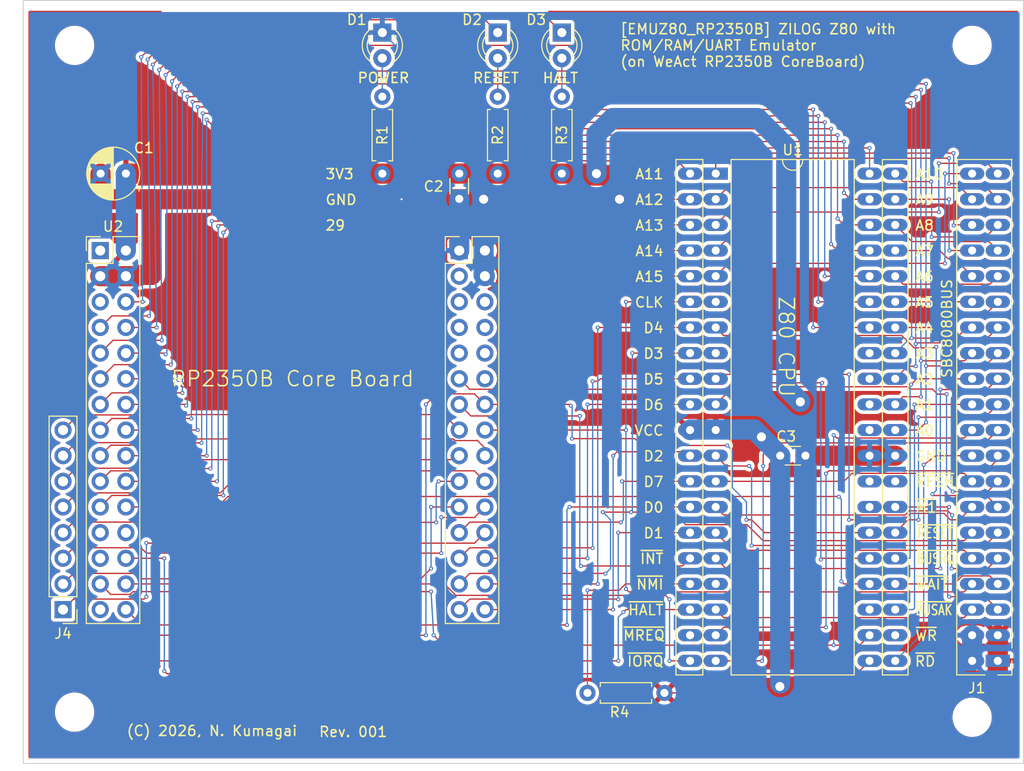
<source format=kicad_pcb>
(kicad_pcb (version 20241229) (generator "pcbnew") (generator_version "9.0")
  (title_block (title "EMUZ80_AE_RP2040") (rev "Rev001") (company "Norihiro Kumagai"))
  (layers (0 "F.Cu" signal) (2 "B.Cu" signal) (13 "F.Paste" user) (15 "B.Paste" user) (5 "F.SilkS" user "F.Silkscreen") (7 "B.SilkS" user "B.Silkscreen") (1 "F.Mask" user) (3 "B.Mask" user) (25 "Edge.Cuts" user))
  (net 0 "")
  (net 1 "GND")
  (net 2 "+5V")
  (net 3 "Net-(D3-A)")
  (net 4 "Net-(D2-A)")
  (net 5 "/HALT")
  (net 6 "/RFSH")
  (net 7 "/CLK")
  (net 8 "/M1")
  (net 9 "/INT")
  (net 10 "/RD")
  (net 11 "/NMI")
  (net 12 "/IORQ")
  (net 13 "/WAIT")
  (net 14 "/BUSRQ")
  (net 15 "/BUSAK")
  (net 16 "/MREQ")
  (net 17 "/WR")
  (net 18 "/RESET")
  (net 19 "/A15")
  (net 20 "Net-(J4-Pin_2)")
  (net 21 "/D0")
  (net 22 "/A6")
  (net 23 "/D4")
  (net 24 "/D1")
  (net 25 "/A7")
  (net 26 "/D6")
  (net 27 "/A12")
  (net 28 "/A11")
  (net 29 "/A14")
  (net 30 "/A5")
  (net 31 "/A2")
  (net 32 "/A13")
  (net 33 "/A8")
  (net 34 "/A10")
  (net 35 "/A4")
  (net 36 "/D5")
  (net 37 "/A3")
  (net 38 "/D2")
  (net 39 "/A0")
  (net 40 "Net-(D1-A)")
  (net 41 "/A1")
  (net 42 "/A9")
  (net 43 "/D7")
  (net 44 "/D3")
  (net 45 "Net-(J4-Pin_3)")
  (net 46 "Net-(J4-Pin_5)")
  (net 47 "Net-(J4-Pin_1)")
  (net 48 "Net-(J4-Pin_8)")
  (net 49 "Net-(J4-Pin_7)")
  (net 50 "Net-(J4-Pin_4)")
  (net 51 "Net-(J4-Pin_6)")
  (net 58 "/RFSH_1")
  (footprint "local-f:LED_D3.0mm" (layer "F.Cu") (at 150.375 69.88 -90)
    (property "Reference" "D2")
    (property "Value" "GREEN")
  )
  (footprint "local-f:R_Axial_L5.5mm_D2.0mm_P7.62mm_Horizontal" (layer "F.Cu") (at 138.945 83.85 90)
    (property "Reference" "R1")
    (property "Value" "1k")
  )
  (footprint "MountingHole:MountingHole_3.5mm" (layer "F.Cu") (at 108.465 137.19)
    (property "Reference" "H1" (hide yes))
    (property "Value" "MountingHole" (hide yes))
  )
  (footprint "local-f:LED_D3.0mm" (layer "F.Cu") (at 156.725 69.88 -90)
    (property "Reference" "D3")
    (property "Value" "YELLOW")
  )
  (footprint "local-f:R_Axial_L5.5mm_D2.0mm_P7.62mm_Horizontal" (layer "F.Cu") (at 166.885 135.285 180)
    (property "Reference" "R4")
    (property "Value" "10k")
  )
  (footprint "local-f:R_Axial_L5.5mm_D2.0mm_P7.62mm_Horizontal" (layer "F.Cu") (at 150.375 83.85 90)
    (property "Reference" "R2")
    (property "Value" "1k")
  )
  (footprint "MountingHole:MountingHole_3.5mm" (layer "F.Cu") (at 197.365 71.15)
    (property "Reference" "H3" (hide yes))
    (property "Value" "MountingHole")
  )
  (footprint "Connector_PinHeader_2.54mm:PinHeader_1x08_P2.54mm_Vertical" (layer "F.Cu") (at 107.322 127.03 180)
    (property "Reference" "J4")
    (property "Value" "Conn_01x08_Pin")
  )
  (footprint "MountingHole:MountingHole_3.5mm" (layer "F.Cu") (at 197.365 137.698)
    (property "Reference" "H2" (hide yes))
    (property "Value" "MountingHole")
  )
  (footprint "Capacitor_THT:C_Disc_D3.0mm_W1.6mm_P2.50mm" (layer "F.Cu") (at 146.565 83.85 -90)
    (property "Reference" "C2")
    (property "Value" "0.1u")
  )
  (footprint "local-f:DIP-40_SidePin_Z80" (layer "F.Cu") (at 171.965 83.85)
    (property "Reference" "U1")
    (property "Value" "Z80CPU" (hide yes))
  )
  (footprint "Capacitor_THT:C_Disc_D3.0mm_W1.6mm_P2.50mm" (layer "F.Cu") (at 178.355 111.79)
    (property "Reference" "C3")
    (property "Value" "0.1u")
  )
  (footprint "local-f:PinSocket_2x20_OvalPad" (layer "F.Cu") (at 199.905 132.11 180)
    (property "Reference" "J1")
    (property "Value" "SBC8080BUS_2" (hide yes))
  )
  (footprint "local-f:RB2350B_Core_Board" (layer "F.Cu") (at 130.055 109.25)
    (property "Reference" "U2")
    (property "Value" "RB2350B_Core_Board_for_EMUZ80")
  )
  (footprint "local-f:R_Axial_L5.5mm_D2.0mm_P7.62mm_Horizontal" (layer "F.Cu") (at 156.725 83.85 90)
    (property "Reference" "R3")
    (property "Value" "1k")
  )
  (footprint "MountingHole:MountingHole_3.5mm" (layer "F.Cu") (at 108.465 71.15)
    (property "Reference" "H3" (hide yes))
    (property "Value" "MountingHole")
  )
  (footprint "local-f:LED_D3.0mm" (layer "F.Cu") (at 138.945 69.88 -90)
    (property "Reference" "D1")
    (property "Value" "RED")
  )
  (footprint "Capacitor_THT:CP_Radial_D5.0mm_P2.50mm" (layer "F.Cu") (at 113.545 83.85 180)
    (property "Reference" "C1")
    (property "Value" "10uF")
  )
  (gr_line (start 103.385 142.27) (end 103.385 66.705) (stroke (width 0.1)) (layer "Edge.Cuts"))
  (gr_line (start 202.445 66.705) (end 202.445 142.27) (stroke (width 0.1)) (layer "Edge.Cuts"))
  (gr_line (start 202.445 142.27) (end 103.385 142.27) (stroke (width 0.1)) (layer "Edge.Cuts"))
  (gr_line (start 202.445 66.705) (end 103.385 66.705) (stroke (width 0.1)) (layer "Edge.Cuts"))
  (gr_text "D3" (at 166.885 102.265 0) (layer "F.SilkS") (effects (font (size 1 1) (thickness 0.16)) (justify right bottom)))
  (gr_text "29" (at 133.23 89.565 0) (layer "F.SilkS") (effects (font (size 1 1) (thickness 0.16)) (justify left bottom)))
  (gr_text "A7" (at 191.65 92.105 0) (layer "F.SilkS") (effects (font (size 1 1) (thickness 0.16)) (justify left bottom)))
  (gr_text "POWER" (at 136.405 74.96 0) (layer "F.SilkS") (effects (font (size 1 1) (thickness 0.16)) (justify left bottom)))
  (gr_text "A10" (at 191.65 84.485 0) (layer "F.SilkS") (effects (font (size 1 1) (thickness 0.16)) (justify left bottom)))
  (gr_text "A2" (at 191.65 104.805 0) (layer "F.SilkS") (effects (font (size 1 1) (thickness 0.16)) (justify left bottom)))
  (gr_text "D4" (at 166.885 99.725 0) (layer "F.SilkS") (effects (font (size 1 1) (thickness 0.16)) (justify right bottom)))
  (gr_text "~{M1}" (at 191.65 117.505 0) (layer "F.SilkS") (effects (font (size 1 1) (thickness 0.16)) (justify left bottom)))
  (gr_text "D0" (at 166.885 117.505 0) (layer "F.SilkS") (effects (font (size 1 1) (thickness 0.16)) (justify right bottom)))
  (gr_text "3V3" (at 133.23 84.485 0) (layer "F.SilkS") (effects (font (size 1 1) (thickness 0.16)) (justify left bottom)))
  (gr_text "A8" (at 191.65 89.565 0) (layer "F.SilkS") (effects (font (size 1 1) (thickness 0.16)) (justify left bottom)))
  (gr_text "GND" (at 133.23 87.025 0) (layer "F.SilkS") (effects (font (size 1 1) (thickness 0.16)) (justify left bottom)))
  (gr_text "HALT" (at 154.737301 74.96 0) (layer "F.SilkS") (effects (font (size 1 1) (thickness 0.16)) (justify left bottom)))
  (gr_text "A11" (at 166.885 84.485 0) (layer "F.SilkS") (effects (font (size 1 1) (thickness 0.16)) (justify right bottom)))
  (gr_text "D5" (at 166.885 104.805 0) (layer "F.SilkS") (effects (font (size 1 1) (thickness 0.16)) (justify right bottom)))
  (gr_text "~{INT}" (at 166.885 122.585 0) (layer "F.SilkS") (effects (font (size 1 1) (thickness 0.16)) (justify right bottom)))
  (gr_text "A12" (at 166.885 87.025 0) (layer "F.SilkS") (effects (font (size 1 1) (thickness 0.16)) (justify right bottom)))
  (gr_text "A1" (at 191.65 107.345 0) (layer "F.SilkS") (effects (font (size 1 1) (thickness 0.16)) (justify left bottom)))
  (gr_text "~{WAIT}" (at 191.65 125.125 0) (layer "F.SilkS") (effects (font (size 1 1) (thickness 0.16)) (justify left bottom)))
  (gr_text "A15" (at 166.885 94.645 0) (layer "F.SilkS") (effects (font (size 1 1) (thickness 0.16)) (justify right bottom)))
  (gr_text "~{NMI}" (at 166.885 125.125 0) (layer "F.SilkS") (effects (font (size 1 1) (thickness 0.153)) (justify right bottom)))
  (gr_text "RP2350B Core Board" (at 130.055 104.17 0) (layer "F.SilkS") (effects (font (size 1.5 1.5) (thickness 0.153))))
  (gr_text "A14" (at 166.885 92.105 0) (layer "F.SilkS") (effects (font (size 1 1) (thickness 0.153)) (justify right bottom)))
  (gr_text "A3" (at 191.65 102.265 0) (layer "F.SilkS") (effects (font (size 1 1) (thickness 0.153)) (justify left bottom)))
  (gr_text "A9" (at 191.65 87.025 0) (layer "F.SilkS") (effects (font (size 1 1) (thickness 0.153)) (justify left bottom)))
  (gr_text "Z80 CPU" (at 178.95 100.995 270) (layer "F.SilkS") (effects (font (size 1.5 1.5) (thickness 0.153))))
  (gr_text "SBC8080BUS" (at 195.46 104.17 90) (layer "F.SilkS") (effects (font (size 1 1) (thickness 0.153)) (justify left bottom)))
  (gr_text "D6" (at 166.885 107.345 0) (layer "F.SilkS") (effects (font (size 1 1) (thickness 0.153)) (justify right bottom)))
  (gr_text "~{HALT}" (at 166.885 127.665 0) (layer "F.SilkS") (effects (font (size 1 1) (thickness 0.153)) (justify right bottom)))
  (gr_text "~{BUSRQ}" (at 191.777 122.585 0) (layer "F.SilkS") (effects (font (size 1 0.75) (thickness 0.153) (bold yes)) (justify left bottom)))
  (gr_text "~{RESET}" (at 191.8024 120.045 0) (layer "F.SilkS") (effects (font (size 1 0.8) (thickness 0.153) (bold yes)) (justify left bottom)))
  (gr_text "Rev. 001" (at 132.595 139.73 0) (layer "F.SilkS") (effects (font (size 1 1) (thickness 0.153)) (justify left bottom)))
  (gr_text "~{WR}" (at 191.65 130.205 0) (layer "F.SilkS") (effects (font (size 1 1) (thickness 0.153)) (justify left bottom)))
  (gr_text "~{MREQ}" (at 167.005 130.175 0) (layer "F.SilkS") (effects (font (size 1 1) (thickness 0.153)) (justify right bottom)))
  (gr_text "GND" (at 191.65 112.425 0) (layer "F.SilkS") (effects (font (size 1 1) (thickness 0.153)) (justify left bottom)))
  (gr_text "A4" (at 191.65 99.725 0) (layer "F.SilkS") (effects (font (size 1 1) (thickness 0.153)) (justify left bottom)))
  (gr_text "D2" (at 166.885 112.425 0) (layer "F.SilkS") (effects (font (size 1 1) (thickness 0.153)) (justify right bottom)))
  (gr_text "(C) 2026, N. Kumagai" (at 113.545 138.46 0) (layer "F.SilkS") (effects (font (size 1 1) (thickness 0.153)) (justify left top)))
  (gr_text "CLK" (at 166.885 97.185 0) (layer "F.SilkS") (effects (font (size 1 1) (thickness 0.153)) (justify right bottom)))
  (gr_text "~{RD}" (at 193.809 132.745 0) (layer "F.SilkS") (effects (font (size 1 1) (thickness 0.153)) (justify right bottom)))
  (gr_text "[EMUZ80_RP2350B] ZILOG Z80 with \nROM/RAM/UART Emulator\n(on WeAct RP2350B CoreBoard) " (at 162.44 71.15 0) (layer "F.SilkS") (effects (font (size 1 1) (thickness 0.153)) (justify left)))
  (gr_text "A5" (at 191.65 97.185 0) (layer "F.SilkS") (effects (font (size 1 1) (thickness 0.153)) (justify left bottom)))
  (gr_text "~{BUSAK}" (at 191.65 127.665 0) (layer "F.SilkS") (effects (font (size 1 0.75) (thickness 0.153) (bold yes)) (justify left bottom)))
  (gr_text "A13" (at 166.885 89.565 0) (layer "F.SilkS") (effects (font (size 1 1) (thickness 0.153)) (justify right bottom)))
  (gr_text "A6" (at 191.65 94.645 0) (layer "F.SilkS") (effects (font (size 1 1) (thickness 0.153)) (justify left bottom)))
  (gr_text "D1" (at 166.885 120.045 0) (layer "F.SilkS") (effects (font (size 1 1) (thickness 0.153)) (justify right bottom)))
  (gr_text "~{RFSH}" (at 191.65 114.965 0) (layer "F.SilkS") (effects (font (size 1 1) (thickness 0.153)) (justify left bottom)))
  (gr_text "VCC" (at 166.885 109.885 0) (layer "F.SilkS") (effects (font (size 1 1) (thickness 0.153)) (justify right bottom)))
  (gr_text "D7" (at 166.885 114.965 0) (layer "F.SilkS") (effects (font (size 1 1) (thickness 0.153)) (justify right bottom)))
  (gr_text "~{IORQ}" (at 166.885 132.745 0) (layer "F.SilkS") (effects (font (size 1 1) (thickness 0.153)) (justify right bottom)))
  (gr_text "RESET" (at 147.835 74.96 0) (layer "F.SilkS") (effects (font (size 1 1) (thickness 0.153)) (justify left bottom)))
  (gr_text "A0" (at 191.65 109.885 0) (layer "F.SilkS") (effects (font (size 1 1) (thickness 0.153)) (justify left bottom)))
  (segment (start 111.045 85.287) (end 111.045 83.85) (width 2) (layer "F.Cu") (net 1))
  (segment (start 116.085 86.39) (end 111.132 86.39) (width 2) (layer "F.Cu") (net 1))
  (segment (start 116.085 93.883) (end 114.942 93.883) (width 2) (layer "F.Cu") (net 1))
  (segment (start 111.132 86.39) (end 111.132 85.374) (width 2) (layer "F.Cu") (net 1))
  (segment (start 162.44 86.39) (end 148.978 86.39) (width 2) (layer "F.Cu") (net 1))
  (segment (start 140.85 86.39) (end 116.085 86.39) (width 2) (layer "F.Cu") (net 1))
  (segment (start 116.085 93.883) (end 116.085 86.39) (width 2) (layer "F.Cu") (net 1))
  (segment (start 114.815 94.01) (end 111.005 94.01) (width 2) (layer "F.Cu") (net 1))
  (segment (start 148.978 86.39) (end 140.85 86.39) (width 2) (layer "F.Cu") (net 1))
  (segment (start 114.942 93.883) (end 114.815 94.01) (width 2) (layer "F.Cu") (net 1))
  (segment (start 180.855 111.79) (end 189.745 111.79) (width 2) (layer "F.Cu") (net 1))
  (segment (start 111.132 85.374) (end 111.045 85.287) (width 2) (layer "F.Cu") (net 1))
  (via (at 148.978 86.39) (size 1.27) (drill 0.9) (layers "F.Cu" "B.Cu") (net 1))
  (via (at 162.44 86.39) (size 1.27) (drill 0.9) (layers "F.Cu" "B.Cu") (net 1))
  (via (at 140.85 86.39) (size 0.4) (drill 0.2) (layers "F.Cu" "B.Cu") (net 1))
  (segment (start 148.978 86.39) (end 148.978 93.883) (width 2) (layer "B.Cu") (net 1))
  (segment (start 192.539 132.618) (end 190.507 134.65) (width 2) (layer "B.Cu") (net 1))
  (segment (start 162.44 80.675) (end 162.44 86.39) (width 2) (layer "B.Cu") (net 1))
  (segment (start 175.775 105.44) (end 175.775 81.183) (width 2) (layer "B.Cu") (net 1))
  (segment (start 180.855 111.79) (end 180.855 110.52) (width 2) (layer "B.Cu") (net 1))
  (segment (start 138.945 69.88) (end 140.85 71.785) (width 0.127) (layer "B.Cu") (net 1))
  (segment (start 146.565 86.39) (end 146.565 91.47) (width 2) (layer "B.Cu") (net 1))
  (segment (start 192.539 132.11) (end 192.539 132.618) (width 2) (layer "B.Cu") (net 1))
  (segment (start 197.365 132.11) (end 192.539 132.11) (width 2) (layer "B.Cu") (net 1))
  (segment (start 197.365 132.11) (end 197.365 129.57) (width 2) (layer "B.Cu") (net 1))
  (segment (start 148.978 93.883) (end 149.105 94.01) (width 2) (layer "B.Cu") (net 1))
  (segment (start 140.85 71.785) (end 140.85 86.39) (width 0.127) (layer "B.Cu") (net 1))
  (segment (start 180.855 111.79) (end 180.855 134.65) (width 2) (layer "B.Cu") (net 1))
  (segment (start 175.775 81.183) (end 175.267 80.675) (width 2) (layer "B.Cu") (net 1))
  (segment (start 175.267 80.675) (end 162.44 80.675) (width 2) (layer "B.Cu") (net 1))
  (segment (start 180.855 134.65) (end 190.507 134.65) (width 2) (layer "B.Cu") (net 1))
  (segment (start 180.855 110.52) (end 175.775 105.44) (width 2) (layer "B.Cu") (net 1))
  (segment (start 178.315 134.65) (end 177.172 134.65) (width 0.127) (layer "F.Cu") (net 2))
  (segment (start 178.315 134.65) (end 198.635 134.65) (width 2) (layer "F.Cu") (net 2))
  (segment (start 199.905 133.38) (end 199.905 129.57) (width 2) (layer "F.Cu") (net 2))
  (segment (start 176.537 135.285) (end 166.885 135.285) (width 0.127) (layer "F.Cu") (net 2))
  (segment (start 138.945 83.85) (end 156.725 83.85) (width 0.127) (layer "F.Cu") (net 2))
  (segment (start 198.635 134.65) (end 199.905 133.38) (width 2) (layer "F.Cu") (net 2))
  (segment (start 177.172 134.65) (end 176.537 135.285) (width 0.127) (layer "F.Cu") (net 2))
  (segment (start 180.347 106.456) (end 176.4935 109.9285) (width 2) (layer "F.Cu") (net 2))
  (segment (start 160.154 83.85) (end 113.545 83.85) (width 2) (layer "F.Cu") (net 2))
  (segment (start 178.355 111.725) (end 178.355 111.79) (width 1.27) (layer "F.Cu") (net 2))
  (via (at 176.4935 109.9285) (size 1.27) (drill 0.9) (layers "F.Cu" "B.Cu") (net 2))
  (via (at 160.154 83.85) (size 1.27) (drill 0.9) (layers "F.Cu" "B.Cu") (net 2))
  (via (at 178.315 134.65) (size 1.27) (drill 0.9) (layers "F.Cu" "B.Cu") (net 2))
  (via (at 180.347 106.456) (size 1.27) (drill 0.9) (layers "F.Cu" "B.Cu") (net 2))
  (segment (start 175.7665 109.2015) (end 169.4735 109.2015) (width 2) (layer "B.Cu") (net 2))
  (segment (start 178.355 134.356) (end 178.355 131.963) (width 2) (layer "B.Cu") (net 2))
  (segment (start 178.315 132.003) (end 178.315 134.65) (width 0.127) (layer "B.Cu") (net 2))
  (segment (start 180.347 106.456) (end 178.95 105.059) (width 2) (layer "B.Cu") (net 2))
  (segment (start 178.355 129.57) (end 178.355 111.79) (width 2) (layer "B.Cu") (net 2))
  (segment (start 161.756446 78.349108) (end 160.154 79.951554) (width 2) (layer "B.Cu") (net 2))
  (segment (start 178.95 105.059) (end 178.95 81.183) (width 2) (layer "B.Cu") (net 2))
  (segment (start 113.545 83.860312) (end 113.545 91.47) (width 2) (layer "B.Cu") (net 2))
  (segment (start 178.355 131.963) (end 178.315 132.003) (width 0.127) (layer "B.Cu") (net 2))
  (segment (start 176.4935 109.9285) (end 178.355 111.79) (width 2) (layer "B.Cu") (net 2))
  (segment (start 178.95 81.183) (end 176.116108 78.349108) (width 2) (layer "B.Cu") (net 2))
  (segment (start 176.4935 109.9285) (end 175.7665 109.2015) (width 2) (layer "B.Cu") (net 2))
  (segment (start 176.116108 78.349108) (end 161.756446 78.349108) (width 2) (layer "B.Cu") (net 2))
  (segment (start 169.4735 109.2015) (end 169.425 109.25) (width 2) (layer "B.Cu") (net 2))
  (segment (start 178.355 131.963) (end 178.355 129.57) (width 2) (layer "B.Cu") (net 2))
  (segment (start 160.154 79.951554) (end 160.154 83.85) (width 2) (layer "B.Cu") (net 2))
  (segment (start 156.725 72.42) (end 156.725 76.23) (width 0.127) (layer "B.Cu") (net 3))
  (segment (start 150.375 72.42) (end 150.375 76.23) (width 0.127) (layer "B.Cu") (net 4))
  (segment (start 144.025 132.11) (end 162.313 132.11) (width 0.127) (layer "F.Cu") (net 5))
  (segment (start 196.5735 127.8215) (end 197.365 127.03) (width 0.127) (layer "F.Cu") (net 5))
  (segment (start 162.821 127.284) (end 163.075 127.03) (width 0.127) (layer "F.Cu") (net 5))
  (segment (start 144.025 132.11) (end 104.655 132.11) (width 0.127) (layer "F.Cu") (net 5))
  (segment (start 104.655 80.675) (end 109.735 75.595) (width 0.127) (layer "F.Cu") (net 5))
  (segment (start 109.989 75.595) (end 117.609 67.975) (width 0.127) (layer "F.Cu") (net 5))
  (segment (start 172.7565 127.8215) (end 196.5735 127.8215) (width 0.127) (layer "F.Cu") (net 5))
  (segment (start 154.82 67.975) (end 156.725 69.88) (width 0.127) (layer "F.Cu") (net 5))
  (segment (start 163.075 127.03) (end 169.425 127.03) (width 0.127) (layer "F.Cu") (net 5))
  (segment (start 171.965 127.03) (end 172.7565 127.8215) (width 0.127) (layer "F.Cu") (net 5))
  (segment (start 117.609 67.975) (end 154.82 67.975) (width 0.127) (layer "F.Cu") (net 5))
  (segment (start 104.655 132.11) (end 104.655 80.675) (width 0.127) (layer "F.Cu") (net 5))
  (segment (start 109.735 75.595) (end 109.989 75.595) (width 0.127) (layer "F.Cu") (net 5))
  (via (at 162.313 132.11) (size 0.4) (drill 0.2) (layers "F.Cu" "B.Cu") (net 5))
  (via (at 162.821 127.284) (size 0.4) (drill 0.2) (layers "F.Cu" "B.Cu") (net 5))
  (segment (start 162.313 132.11) (end 162.313 127.792) (width 0.127) (layer "B.Cu") (net 5))
  (segment (start 169.425 127.03) (end 171.965 127.03) (width 0.127) (layer "B.Cu") (net 5))
  (segment (start 162.313 127.792) (end 162.821 127.284) (width 0.127) (layer "B.Cu") (net 5))
  (segment (start 163.3585 125.2815) (end 196.5735 125.2815) (width 0.127) (layer "F.Cu") (net 7))
  (segment (start 196.5735 125.2815) (end 197.365 124.49) (width 0.127) (layer "F.Cu") (net 7))
  (segment (start 163.075 124.998) (end 163.3585 125.2815) (width 0.127) (layer "F.Cu") (net 7))
  (segment (start 149.105 109.25) (end 163.075 109.25) (width 0.127) (layer "F.Cu") (net 7))
  (segment (start 163.075 96.55) (end 169.425 96.55) (width 0.127) (layer "F.Cu") (net 7))
  (via (at 163.075 124.998) (size 0.4) (drill 0.2) (layers "F.Cu" "B.Cu") (net 7))
  (via (at 163.075 96.55) (size 0.4) (drill 0.2) (layers "F.Cu" "B.Cu") (net 7))
  (via (at 163.075 109.25) (size 0.4) (drill 0.2) (layers "F.Cu" "B.Cu") (net 7))
  (segment (start 169.425 96.55) (end 171.965 96.55) (width 0.127) (layer "B.Cu") (net 7))
  (segment (start 163.075 111.79) (end 163.075 109.25) (width 0.127) (layer "B.Cu") (net 7))
  (segment (start 163.075 111.79) (end 163.075 124.998) (width 0.127) (layer "B.Cu") (net 7))
  (segment (start 163.075 109.25) (end 163.075 96.55) (width 0.127) (layer "B.Cu") (net 7))
  (segment (start 189.745 116.87) (end 195.079 116.87) (width 0.127) (layer "F.Cu") (net 8))
  (segment (start 195.079 125.76) (end 198.635 125.76) (width 0.127) (layer "F.Cu") (net 8))
  (segment (start 198.635 125.76) (end 199.905 127.03) (width 0.127) (layer "F.Cu") (net 8))
  (via (at 195.079 125.76) (size 0.4) (drill 0.2) (layers "F.Cu" "B.Cu") (net 8))
  (via (at 195.079 116.87) (size 0.4) (drill 0.2) (layers "F.Cu" "B.Cu") (net 8))
  (segment (start 187.205 116.87) (end 189.745 116.87) (width 0.127) (layer "B.Cu") (net 8))
  (segment (start 195.079 116.87) (end 194.9415 117.0075) (width 0.127) (layer "B.Cu") (net 8))
  (segment (start 194.9415 125.6225) (end 195.079 125.76) (width 0.127) (layer "B.Cu") (net 8))
  (segment (start 194.9415 117.0075) (end 194.9415 125.6225) (width 0.127) (layer "B.Cu") (net 8))
  (segment (start 171.965 121.95) (end 172.981 122.966) (width 0.127) (layer "F.Cu") (net 9))
  (segment (start 147.708 107.853) (end 158.503 107.853) (width 0.127) (layer "F.Cu") (net 9))
  (segment (start 172.981 122.966) (end 193.555 122.966) (width 0.127) (layer "F.Cu") (net 9))
  (segment (start 168.663 122.712) (end 169.425 121.95) (width 0.127) (layer "F.Cu") (net 9))
  (segment (start 198.8382 105.2368) (end 199.905 104.17) (width 0.127) (layer "F.Cu") (net 9))
  (segment (start 193.555 122.966) (end 194.2154 122.966) (width 0.127) (layer "F.Cu") (net 9))
  (segment (start 158.63 122.712) (end 168.663 122.712) (width 0.127) (layer "F.Cu") (net 9))
  (segment (start 194.2154 105.2368) (end 198.8382 105.2368) (width 0.127) (layer "F.Cu") (net 9))
  (segment (start 146.565 106.71) (end 147.708 107.853) (width 0.127) (layer "F.Cu") (net 9))
  (via (at 158.503 107.853) (size 0.4) (drill 0.2) (layers "F.Cu" "B.Cu") (net 9))
  (via (at 194.2154 105.2368) (size 0.4) (drill 0.2) (layers "F.Cu" "B.Cu") (net 9))
  (via (at 194.2154 122.966) (size 0.4) (drill 0.2) (layers "F.Cu" "B.Cu") (net 9))
  (via (at 158.63 122.712) (size 0.4) (drill 0.2) (layers "F.Cu" "B.Cu") (net 9))
  (segment (start 158.503 122.585) (end 158.63 122.712) (width 0.127) (layer "B.Cu") (net 9))
  (segment (start 194.2154 122.966) (end 194.2154 105.2368) (width 0.127) (layer "B.Cu") (net 9))
  (segment (start 158.503 107.853) (end 158.503 122.585) (width 0.127) (layer "B.Cu") (net 9))
  (segment (start 169.425 121.95) (end 171.965 121.95) (width 0.127) (layer "B.Cu") (net 9))
  (segment (start 192.5644 112.679) (end 193.7836 111.79) (width 0.127) (layer "F.Cu") (net 10))
  (segment (start 185.935 133.38) (end 187.205 132.11) (width 0.127) (layer "F.Cu") (net 10))
  (segment (start 113.545 121.95) (end 117.355 121.95) (width 0.127) (layer "F.Cu") (net 10))
  (segment (start 161.043 133.38) (end 185.935 133.38) (width 0.127) (layer "F.Cu") (net 10))
  (segment (start 117.609 133.38) (end 117.355 133.126) (width 0.127) (layer "F.Cu") (net 10))
  (segment (start 161.043 133.38) (end 117.609 133.38) (width 0.127) (layer "F.Cu") (net 10))
  (segment (start 193.7836 111.79) (end 197.365 111.79) (width 0.127) (layer "F.Cu") (net 10))
  (via (at 117.355 133.126) (size 0.4) (drill 0.2) (layers "F.Cu" "B.Cu") (net 10))
  (via (at 192.5644 112.679) (size 0.4) (drill 0.2) (layers "F.Cu" "B.Cu") (net 10))
  (via (at 117.355 121.95) (size 0.4) (drill 0.2) (layers "F.Cu" "B.Cu") (net 10))
  (segment (start 192.5644 129.2906) (end 192.5644 112.679) (width 0.127) (layer "B.Cu") (net 10))
  (segment (start 117.355 133.126) (end 117.355 121.95) (width 0.127) (layer "B.Cu") (net 10))
  (segment (start 187.205 132.11) (end 189.745 132.11) (width 0.127) (layer "B.Cu") (net 10))
  (segment (start 189.745 132.11) (end 192.5644 129.2906) (width 0.127) (layer "B.Cu") (net 10))
  (segment (start 162.394335 125.125) (end 159.265 125.125) (width 0.127) (layer "F.Cu") (net 11))
  (segment (start 163.029335 124.49) (end 162.394335 125.125) (width 0.127) (layer "F.Cu") (net 11))
  (segment (start 169.425 124.49) (end 163.029335 124.49) (width 0.127) (layer "F.Cu") (net 11))
  (via (at 159.265 125.125) (size 0.4) (drill 0.2) (layers "F.Cu" "B.Cu") (net 11))
  (segment (start 159.265 125.125) (end 159.265 135.285) (width 0.127) (layer "B.Cu") (net 11))
  (segment (start 169.425 124.49) (end 171.965 124.49) (width 0.127) (layer "B.Cu") (net 11))
  (segment (start 176.537 132.11) (end 171.965 132.11) (width 0.127) (layer "F.Cu") (net 12))
  (segment (start 176.664 112.806) (end 176.664 111.663) (width 0.127) (layer "F.Cu") (net 12))
  (segment (start 113.545 124.49) (end 145.092096 124.49) (width 0.127) (layer "F.Cu") (net 12))
  (segment (start 145.092096 124.49) (end 146.224596 125.6225) (width 0.127) (layer "F.Cu") (net 12))
  (segment (start 167.0015 125.6225) (end 167.393 126.014) (width 0.127) (layer "F.Cu") (net 12))
  (segment (start 198.635 110.52) (end 199.905 109.25) (width 0.127) (layer "F.Cu") (net 12))
  (segment (start 167.393 132.11) (end 169.425 132.11) (width 0.127) (layer "F.Cu") (net 12))
  (segment (start 177.807 110.52) (end 198.635 110.52) (width 0.127) (layer "F.Cu") (net 12))
  (segment (start 176.664 111.663) (end 177.807 110.52) (width 0.127) (layer "F.Cu") (net 12))
  (segment (start 146.224596 125.6225) (end 167.0015 125.6225) (width 0.127) (layer "F.Cu") (net 12))
  (via (at 176.664 112.806) (size 0.4) (drill 0.2) (layers "F.Cu" "B.Cu") (net 12))
  (via (at 167.393 126.014) (size 0.4) (drill 0.2) (layers "F.Cu" "B.Cu") (net 12))
  (via (at 167.393 132.11) (size 0.4) (drill 0.2) (layers "F.Cu" "B.Cu") (net 12))
  (via (at 176.537 132.11) (size 0.4) (drill 0.2) (layers "F.Cu" "B.Cu") (net 12))
  (segment (start 176.664 131.983) (end 176.537 132.11) (width 0.127) (layer "B.Cu") (net 12))
  (segment (start 167.393 126.014) (end 167.393 132.11) (width 0.127) (layer "B.Cu") (net 12))
  (segment (start 169.425 132.11) (end 171.965 132.11) (width 0.127) (layer "B.Cu") (net 12))
  (segment (start 176.664 112.806) (end 176.664 131.983) (width 0.127) (layer "B.Cu") (net 12))
  (segment (start 123.649165 115.8285) (end 184.1315 115.8285) (width 0.127) (layer "F.Cu") (net 13))
  (segment (start 122.607665 116.87) (end 123.649165 115.8285) (width 0.127) (layer "F.Cu") (net 13))
  (segment (start 184.1315 115.8285) (end 184.157 115.854) (width 0.127) (layer "F.Cu") (net 13))
  (segment (start 184.665 124.49) (end 187.205 124.49) (width 0.127) (layer "F.Cu") (net 13))
  (segment (start 196.3785 123.6985) (end 199.1135 123.6985) (width 0.127) (layer "F.Cu") (net 13))
  (segment (start 199.1135 123.6985) (end 199.905 124.49) (width 0.127) (layer "F.Cu") (net 13))
  (segment (start 184.411 124.236) (end 184.665 124.49) (width 0.127) (layer "F.Cu") (net 13))
  (segment (start 113.545 116.87) (end 122.607665 116.87) (width 0.127) (layer "F.Cu") (net 13))
  (segment (start 195.587 124.49) (end 196.3785 123.6985) (width 0.127) (layer "F.Cu") (net 13))
  (segment (start 189.745 124.49) (end 195.587 124.49) (width 0.127) (layer "F.Cu") (net 13))
  (via (at 184.157 115.854) (size 0.4) (drill 0.2) (layers "F.Cu" "B.Cu") (net 13))
  (via (at 184.411 124.236) (size 0.4) (drill 0.2) (layers "F.Cu" "B.Cu") (net 13))
  (segment (start 184.411 116.108) (end 184.411 124.236) (width 0.127) (layer "B.Cu") (net 13))
  (segment (start 187.205 124.49) (end 189.745 124.49) (width 0.127) (layer "B.Cu") (net 13))
  (segment (start 184.157 115.854) (end 184.411 116.108) (width 0.127) (layer "B.Cu") (net 13))
  (segment (start 191.3198 104.7288) (end 191.8786 104.17) (width 0.127) (layer "F.Cu") (net 14))
  (segment (start 182.379 122.077) (end 182.506 121.95) (width 0.127) (layer "F.Cu") (net 14))
  (segment (start 191.8786 104.17) (end 197.365 104.17) (width 0.127) (layer "F.Cu") (net 14))
  (segment (start 173.102876 105.2115) (end 173.743376 104.571) (width 0.127) (layer "F.Cu") (net 14))
  (segment (start 173.743376 104.571) (end 182.506 104.571) (width 0.127) (layer "F.Cu") (net 14))
  (segment (start 146.565 104.17) (end 147.6065 105.2115) (width 0.127) (layer "F.Cu") (net 14))
  (segment (start 147.6065 105.2115) (end 173.102876 105.2115) (width 0.127) (layer "F.Cu") (net 14))
  (segment (start 182.506 121.95) (end 187.205 121.95) (width 0.127) (layer "F.Cu") (net 14))
  (via (at 191.3198 104.7288) (size 0.4) (drill 0.2) (layers "F.Cu" "B.Cu") (net 14))
  (via (at 182.506 104.571) (size 0.4) (drill 0.2) (layers "F.Cu" "B.Cu") (net 14))
  (via (at 182.379 122.077) (size 0.4) (drill 0.2) (layers "F.Cu" "B.Cu") (net 14))
  (segment (start 182.379 104.698) (end 182.379 122.077) (width 0.127) (layer "B.Cu") (net 14))
  (segment (start 191.2182 121.95) (end 189.745 121.95) (width 0.127) (layer "B.Cu") (net 14))
  (segment (start 191.3198 104.7288) (end 191.2182 104.8304) (width 0.127) (layer "B.Cu") (net 14))
  (segment (start 191.2182 104.8304) (end 191.2182 121.95) (width 0.127) (layer "B.Cu") (net 14))
  (segment (start 182.506 104.571) (end 182.379 104.698) (width 0.127) (layer "B.Cu") (net 14))
  (segment (start 187.205 121.95) (end 189.745 121.95) (width 0.127) (layer "B.Cu") (net 14))
  (segment (start 191.65 106.71) (end 197.365 106.71) (width 0.127) (layer "F.Cu") (net 15))
  (via (at 191.65 106.71) (size 0.4) (drill 0.2) (layers "F.Cu" "B.Cu") (net 15))
  (segment (start 191.65 106.71) (end 191.6595 126.8935) (width 0.127) (layer "B.Cu") (net 15))
  (segment (start 191.6595 126.8935) (end 191.523 127.03) (width 0.127) (layer "B.Cu") (net 15))
  (segment (start 187.205 127.03) (end 189.745 127.03) (width 0.127) (layer "B.Cu") (net 15))
  (segment (start 191.523 127.03) (end 189.745 127.03) (width 0.127) (layer "B.Cu") (net 15))
  (segment (start 198.762 113.2886) (end 199.905 112.1456) (width 0.127) (layer "F.Cu") (net 16))
  (segment (start 183.1715 113.2835) (end 198.7569 113.2835) (width 0.127) (layer "F.Cu") (net 16))
  (segment (start 199.905 112.1456) (end 199.905 111.79) (width 0.127) (layer "F.Cu") (net 16))
  (segment (start 172.7565 128.7785) (end 182.887 128.7785) (width 0.127) (layer "F.Cu") (net 16))
  (segment (start 182.887 113.568) (end 183.1715 113.2835) (width 0.127) (layer "F.Cu") (net 16))
  (segment (start 198.7569 113.2835) (end 198.762 113.2886) (width 0.127) (layer "F.Cu") (net 16))
  (segment (start 171.965 129.57) (end 172.7565 128.7785) (width 0.127) (layer "F.Cu") (net 16))
  (via (at 182.887 128.7785) (size 0.4) (drill 0.2) (layers "F.Cu" "B.Cu") (net 16))
  (via (at 182.887 113.568) (size 0.4) (drill 0.2) (layers "F.Cu" "B.Cu") (net 16))
  (segment (start 182.887 113.568) (end 182.887 128.7785) (width 0.127) (layer "B.Cu") (net 16))
  (segment (start 169.425 129.57) (end 171.965 129.57) (width 0.127) (layer "B.Cu") (net 16))
  (segment (start 144.025 129.57) (end 145.011108 130.556108) (width 0.127) (layer "F.Cu") (net 17))
  (segment (start 183.649 109.758) (end 183.9325 110.0415) (width 0.127) (layer "F.Cu") (net 17))
  (segment (start 196.5735 110.0415) (end 197.365 109.25) (width 0.127) (layer "F.Cu") (net 17))
  (segment (start 183.9325 110.0415) (end 196.5735 110.0415) (width 0.127) (layer "F.Cu") (net 17))
  (segment (start 183.649 130.556108) (end 186.218892 130.556108) (width 0.127) (layer "F.Cu") (net 17))
  (segment (start 111.005 124.49) (end 112.0465 125.5315) (width 0.127) (layer "F.Cu") (net 17))
  (segment (start 145.011108 130.556108) (end 183.649 130.556108) (width 0.127) (layer "F.Cu") (net 17))
  (segment (start 114.255904 125.252) (end 143.771 125.252) (width 0.127) (layer "F.Cu") (net 17))
  (segment (start 113.976404 125.5315) (end 114.255904 125.252) (width 0.127) (layer "F.Cu") (net 17))
  (segment (start 112.0465 125.5315) (end 113.976404 125.5315) (width 0.127) (layer "F.Cu") (net 17))
  (segment (start 186.218892 130.556108) (end 187.205 129.57) (width 0.127) (layer "F.Cu") (net 17))
  (via (at 144.025 129.57) (size 0.4) (drill 0.2) (layers "F.Cu" "B.Cu") (net 17))
  (via (at 143.771 125.252) (size 0.4) (drill 0.2) (layers "F.Cu" "B.Cu") (net 17))
  (via (at 183.649 109.758) (size 0.4) (drill 0.2) (layers "F.Cu" "B.Cu") (net 17))
  (via (at 183.649 130.556108) (size 0.4) (drill 0.2) (layers "F.Cu" "B.Cu") (net 17))
  (segment (start 187.205 129.57) (end 189.745 129.57) (width 0.127) (layer "B.Cu") (net 17))
  (segment (start 143.771 125.252) (end 144.025 129.57) (width 0.127) (layer "B.Cu") (net 17))
  (segment (start 183.649 130.556108) (end 183.649 109.758) (width 0.127) (layer "B.Cu") (net 17))
  (segment (start 149.105 68.61) (end 150.375 69.88) (width 0.127) (layer "F.Cu") (net 18))
  (segment (start 143.263 106.71) (end 144.3045 105.6685) (width 0.127) (layer "F.Cu") (net 18))
  (segment (start 175.013 118.14) (end 175.521 118.14) (width 0.127) (layer "F.Cu") (net 18))
  (segment (start 189.745 119.41) (end 191.015 118.14) (width 0.127) (layer "F.Cu") (net 18))
  (segment (start 143.263 129.57) (end 105.29 129.57) (width 0.127) (layer "F.Cu") (net 18))
  (segment (start 163.964 110.0985) (end 157.741 110.0985) (width 0.127) (layer "F.Cu") (net 18))
  (segment (start 199.905 106.71) (end 198.635 107.98) (width 0.127) (layer "F.Cu") (net 18))
  (segment (start 117.863 68.61) (end 149.105 68.61) (width 0.127) (layer "F.Cu") (net 18))
  (segment (start 198.635 107.98) (end 192.05 107.98) (width 0.127) (layer "F.Cu") (net 18))
  (segment (start 176.791 119.41) (end 187.205 119.41) (width 0.127) (layer "F.Cu") (net 18))
  (segment (start 157.487 106.71) (end 157.614 106.837) (width 0.127) (layer "F.Cu") (net 18))
  (segment (start 149.105 106.71) (end 157.487 106.71) (width 0.127) (layer "F.Cu") (net 18))
  (segment (start 105.29 129.57) (end 105.29 80.675) (width 0.127) (layer "F.Cu") (net 18))
  (segment (start 148.0635 105.6685) (end 149.105 106.71) (width 0.127) (layer "F.Cu") (net 18))
  (segment (start 173.108 110.774) (end 164.6395 110.774) (width 0.127) (layer "F.Cu") (net 18))
  (segment (start 157.741 110.0985) (end 157.5735 110.0985) (width 0.127) (layer "F.Cu") (net 18))
  (segment (start 164.6395 110.774) (end 163.964 110.0985) (width 0.127) (layer "F.Cu") (net 18))
  (segment (start 175.521 118.14) (end 176.791 119.41) (width 0.127) (layer "F.Cu") (net 18))
  (segment (start 191.015 118.14) (end 192.05 118.14) (width 0.127) (layer "F.Cu") (net 18))
  (segment (start 109.735 76.23) (end 110.243 76.23) (width 0.127) (layer "F.Cu") (net 18))
  (segment (start 105.29 80.675) (end 109.735 76.23) (width 0.127) (layer "F.Cu") (net 18))
  (segment (start 110.243 76.23) (end 117.863 68.61) (width 0.127) (layer "F.Cu") (net 18))
  (segment (start 144.3045 105.6685) (end 148.0635 105.6685) (width 0.127) (layer "F.Cu") (net 18))
  (via (at 173.108 110.774) (size 0.4) (drill 0.2) (layers "F.Cu" "B.Cu") (net 18))
  (via (at 143.263 129.57) (size 0.4) (drill 0.2) (layers "F.Cu" "B.Cu") (net 18))
  (via (at 157.614 106.837) (size 0.4) (drill 0.2) (layers "F.Cu" "B.Cu") (net 18))
  (via (at 192.05 107.98) (size 0.4) (drill 0.2) (layers "F.Cu" "B.Cu") (net 18))
  (via (at 157.741 110.0985) (size 0.4) (drill 0.2) (layers "F.Cu" "B.Cu") (net 18))
  (via (at 192.05 118.14) (size 0.4) (drill 0.2) (layers "F.Cu" "B.Cu") (net 18))
  (via (at 143.263 106.71) (size 0.4) (drill 0.2) (layers "F.Cu" "B.Cu") (net 18))
  (via (at 175.013 118.14) (size 0.4) (drill 0.2) (layers "F.Cu" "B.Cu") (net 18))
  (segment (start 175.013 118.14) (end 175.013 116.362) (width 0.127) (layer "B.Cu") (net 18))
  (segment (start 175.013 116.362) (end 173.616 114.965) (width 0.127) (layer "B.Cu") (net 18))
  (segment (start 173.616 111.282) (end 173.616 111.409) (width 0.127) (layer "B.Cu") (net 18))
  (segment (start 173.616 114.965) (end 173.616 111.409) (width 0.127) (layer "B.Cu") (net 18))
  (segment (start 143.263 129.57) (end 143.263 106.71) (width 0.127) (layer "B.Cu") (net 18))
  (segment (start 157.614 106.837) (end 157.741 106.964) (width 0.127) (layer "B.Cu") (net 18))
  (segment (start 173.108 110.774) (end 173.616 111.282) (width 0.127) (layer "B.Cu") (net 18))
  (segment (start 157.741 106.964) (end 157.741 110.0985) (width 0.127) (layer "B.Cu") (net 18))
  (segment (start 187.205 119.41) (end 189.745 119.41) (width 0.127) (layer "B.Cu") (net 18))
  (segment (start 192.05 107.98) (end 192.05 118.14) (width 0.127) (layer "B.Cu") (net 18))
  (segment (start 194.6726 92.74) (end 173.235 92.74) (width 0.127) (layer "F.Cu") (net 19))
  (segment (start 157.0425 89.2475) (end 123.6415 89.2475) (width 0.127) (layer "F.Cu") (net 19))
  (segment (start 161.805 94.01) (end 157.0425 89.2475) (width 0.127) (layer "F.Cu") (net 19))
  (segment (start 112.148 115.727) (end 111.005 116.87) (width 0.127) (layer "F.Cu") (net 19))
  (segment (start 123.6415 89.2475) (end 123.197 89.692) (width 0.127) (layer "F.Cu") (net 19))
  (segment (start 123.197 115.727) (end 112.148 115.727) (width 0.127) (layer "F.Cu") (net 19))
  (segment (start 194.6726 83.85) (end 197.365 83.85) (width 0.127) (layer "F.Cu") (net 19))
  (segment (start 161.805 94.01) (end 169.425 94.01) (width 0.127) (layer "F.Cu") (net 19))
  (segment (start 173.235 92.74) (end 171.965 94.01) (width 0.127) (layer "F.Cu") (net 19))
  (via (at 194.6726 83.85) (size 0.4) (drill 0.2) (layers "F.Cu" "B.Cu") (net 19))
  (via (at 123.197 115.727) (size 0.4) (drill 0.2) (layers "F.Cu" "B.Cu") (net 19))
  (via (at 123.197 89.692) (size 0.4) (drill 0.2) (layers "F.Cu" "B.Cu") (net 19))
  (via (at 194.6726 92.74) (size 0.4) (drill 0.2) (layers "F.Cu" "B.Cu") (net 19))
  (segment (start 169.425 94.01) (end 171.965 94.01) (width 0.127) (layer "B.Cu") (net 19))
  (segment (start 194.6726 92.74) (end 194.6726 83.85) (width 0.127) (layer "B.Cu") (net 19))
  (segment (start 123.197 89.692) (end 123.197 115.727) (width 0.127) (layer "B.Cu") (net 19))
  (segment (start 115.069 123.982) (end 142.755 123.982) (width 0.127) (layer "F.Cu") (net 20))
  (segment (start 114.5355 123.4485) (end 115.069 123.982) (width 0.127) (layer "F.Cu") (net 20))
  (segment (start 143.771 116.87) (end 146.565 116.87) (width 0.127) (layer "F.Cu") (net 20))
  (segment (start 107.322 124.49) (end 108.3635 123.4485) (width 0.127) (layer "F.Cu") (net 20))
  (segment (start 142.755 123.982) (end 143.771 122.966) (width 0.127) (layer "F.Cu") (net 20))
  (segment (start 108.3635 123.4485) (end 114.5355 123.4485) (width 0.127) (layer "F.Cu") (net 20))
  (via (at 143.771 116.87) (size 0.4) (drill 0.2) (layers "F.Cu" "B.Cu") (net 20))
  (via (at 143.771 122.966) (size 0.4) (drill 0.2) (layers "F.Cu" "B.Cu") (net 20))
  (segment (start 143.771 122.966) (end 143.771 116.87) (width 0.127) (layer "B.Cu") (net 20))
  (segment (start 113.545 127.03) (end 115.069 128.554) (width 0.127) (layer "F.Cu") (net 21))
  (segment (start 190.7315 117.6615) (end 172.7565 117.6615) (width 0.127) (layer "F.Cu") (net 21))
  (segment (start 195.333 122.966) (end 198.889 122.966) (width 0.127) (layer "F.Cu") (net 21))
  (segment (start 157.487 116.87) (end 169.425 116.87) (width 0.127) (layer "F.Cu") (net 21))
  (segment (start 191.142 117.251) (end 190.7315 117.6615) (width 0.127) (layer "F.Cu") (net 21))
  (segment (start 195.3838 117.6828) (end 194.952 117.251) (width 0.127) (layer "F.Cu") (net 21))
  (segment (start 172.7565 117.6615) (end 171.965 116.87) (width 0.127) (layer "F.Cu") (net 21))
  (segment (start 198.889 122.966) (end 199.905 121.95) (width 0.127) (layer "F.Cu") (net 21))
  (segment (start 194.952 117.251) (end 191.142 117.251) (width 0.127) (layer "F.Cu") (net 21))
  (segment (start 115.069 128.554) (end 157.233 128.554) (width 0.127) (layer "F.Cu") (net 21))
  (via (at 157.487 116.87) (size 0.4) (drill 0.2) (layers "F.Cu" "B.Cu") (net 21))
  (via (at 195.333 122.966) (size 0.4) (drill 0.2) (layers "F.Cu" "B.Cu") (net 21))
  (via (at 157.233 128.554) (size 0.4) (drill 0.2) (layers "F.Cu" "B.Cu") (net 21))
  (via (at 195.3838 117.6828) (size 0.4) (drill 0.2) (layers "F.Cu" "B.Cu") (net 21))
  (segment (start 195.3838 117.6828) (end 195.333 122.966) (width 0.127) (layer "B.Cu") (net 21))
  (segment (start 169.425 116.87) (end 171.965 116.87) (width 0.127) (layer "B.Cu") (net 21))
  (segment (start 157.233 128.554) (end 157.233 117.124) (width 0.127) (layer "B.Cu") (net 21))
  (segment (start 157.233 117.124) (end 157.487 116.87) (width 0.127) (layer "B.Cu") (net 21))
  (segment (start 137.04 78.77) (end 182.76 78.77) (width 0.127) (layer "F.Cu") (net 22))
  (segment (start 119.641 74.198) (end 125.737 74.198) (width 0.127) (layer "F.Cu") (net 22))
  (segment (start 118.625 104.17) (end 113.545 104.17) (width 0.127) (layer "F.Cu") (net 22))
  (segment (start 128.404 76.865) (end 135.135 76.865) (width 0.127) (layer "F.Cu") (net 22))
  (segment (start 118.752 104.297) (end 118.625 104.17) (width 0.127) (layer "F.Cu") (net 22))
  (segment (start 135.135 76.865) (end 137.04 78.77) (width 0.127) (layer "F.Cu") (net 22))
  (segment (start 199.1135 94.8015) (end 199.905 94.01) (width 0.127) (layer "F.Cu") (net 22))
  (segment (start 187.205 94.01) (end 182.76 94.01) (width 0.127) (layer "F.Cu") (net 22))
  (segment (start 190.5265 94.8015) (end 199.1135 94.8015) (width 0.127) (layer "F.Cu") (net 22))
  (segment (start 118.625 75.214) (end 119.641 74.198) (width 0.127) (layer "F.Cu") (net 22))
  (segment (start 189.745 94.02) (end 190.5265 94.8015) (width 0.127) (layer "F.Cu") (net 22))
  (segment (start 125.737 74.198) (end 128.404 76.865) (width 0.127) (layer "F.Cu") (net 22))
  (via (at 118.625 75.214) (size 0.4) (drill 0.2) (layers "F.Cu" "B.Cu") (net 22))
  (via (at 118.752 104.297) (size 0.4) (drill 0.2) (layers "F.Cu" "B.Cu") (net 22))
  (via (at 182.76 78.77) (size 0.4) (drill 0.2) (layers "F.Cu" "B.Cu") (net 22))
  (via (at 182.76 94.01) (size 0.4) (drill 0.2) (layers "F.Cu" "B.Cu") (net 22))
  (segment (start 189.735 94.01) (end 189.745 94.02) (width 0.127) (layer "B.Cu") (net 22))
  (segment (start 182.76 94.01) (end 182.76 78.77) (width 0.127) (layer "B.Cu") (net 22))
  (segment (start 118.625 75.214) (end 118.625 104.17) (width 0.127) (layer "B.Cu") (net 22))
  (segment (start 187.205 94.01) (end 189.735 94.01) (width 0.127) (layer "B.Cu") (net 22))
  (segment (start 118.625 104.17) (end 118.752 104.297) (width 0.127) (layer "B.Cu") (net 22))
  (segment (start 171.965 99.09) (end 172.7565 99.8815) (width 0.127) (layer "F.Cu") (net 23))
  (segment (start 172.7565 99.8815) (end 190.389235 99.8815) (width 0.127) (layer "F.Cu") (net 23))
  (segment (start 160.281 124.49) (end 149.105 124.49) (width 0.127) (layer "F.Cu") (net 23))
  (segment (start 193.7064 101.1071) (end 193.809 101.0045) (width 0.127) (layer "F.Cu") (net 23))
  (segment (start 193.428 115.6) (end 193.5655 115.7375) (width 0.127) (layer "F.Cu") (net 23))
  (segment (start 191.614835 101.1071) (end 193.7064 101.1071) (width 0.127) (layer "F.Cu") (net 23))
  (segment (start 198.7725 115.7375) (end 199.905 116.87) (width 0.127) (layer "F.Cu") (net 23))
  (segment (start 190.389235 99.8815) (end 191.614835 101.1071) (width 0.127) (layer "F.Cu") (net 23))
  (segment (start 169.425 99.09) (end 160.281 99.09) (width 0.127) (layer "F.Cu") (net 23))
  (segment (start 193.5655 115.7375) (end 198.7725 115.7375) (width 0.127) (layer "F.Cu") (net 23))
  (via (at 193.428 115.6) (size 0.4) (drill 0.2) (layers "F.Cu" "B.Cu") (net 23))
  (via (at 160.281 99.09) (size 0.4) (drill 0.2) (layers "F.Cu" "B.Cu") (net 23))
  (via (at 160.281 124.49) (size 0.4) (drill 0.2) (layers "F.Cu" "B.Cu") (net 23))
  (via (at 193.809 101.0045) (size 0.4) (drill 0.2) (layers "F.Cu" "B.Cu") (net 23))
  (segment (start 193.809 115.219) (end 193.428 115.6) (width 0.127) (layer "B.Cu") (net 23))
  (segment (start 169.425 99.09) (end 171.965 99.09) (width 0.127) (layer "B.Cu") (net 23))
  (segment (start 160.281 99.09) (end 160.281 124.49) (width 0.127) (layer "B.Cu") (net 23))
  (segment (start 193.809 101.0045) (end 193.809 115.219) (width 0.127) (layer "B.Cu") (net 23))
  (segment (start 162.313 119.41) (end 169.425 119.41) (width 0.127) (layer "F.Cu") (net 24))
  (segment (start 196.5735 121.1585) (end 197.365 121.95) (width 0.127) (layer "F.Cu") (net 24))
  (segment (start 173.7135 121.1585) (end 196.5735 121.1585) (width 0.127) (layer "F.Cu") (net 24))
  (segment (start 146.565 127.03) (end 147.6065 125.9885) (width 0.127) (layer "F.Cu") (net 24))
  (segment (start 162.2875 125.9885) (end 162.313 126.014) (width 0.127) (layer "F.Cu") (net 24))
  (segment (start 147.6065 125.9885) (end 162.2875 125.9885) (width 0.127) (layer "F.Cu") (net 24))
  (segment (start 171.965 119.41) (end 173.7135 121.1585) (width 0.127) (layer "F.Cu") (net 24))
  (via (at 162.313 119.41) (size 0.4) (drill 0.2) (layers "F.Cu" "B.Cu") (net 24))
  (via (at 162.313 126.014) (size 0.4) (drill 0.2) (layers "F.Cu" "B.Cu") (net 24))
  (segment (start 169.425 119.41) (end 171.965 119.41) (width 0.127) (layer "B.Cu") (net 24))
  (segment (start 162.313 126.014) (end 162.313 119.41) (width 0.127) (layer "B.Cu") (net 24))
  (segment (start 183.395 90.835) (end 184.03 91.47) (width 0.127) (layer "F.Cu") (net 25))
  (segment (start 124.467 77.5) (end 135.135 77.5) (width 0.127) (layer "F.Cu") (net 25))
  (segment (start 119.133 105.567) (end 112.148 105.567) (width 0.127) (layer "F.Cu") (net 25))
  (segment (start 189.745 91.47) (end 194.1605 91.47) (width 0.127) (layer "F.Cu") (net 25))
  (segment (start 135.135 77.5) (end 137.04 79.405) (width 0.127) (layer "F.Cu") (net 25))
  (segment (start 184.03 91.47) (end 187.205 91.47) (width 0.127) (layer "F.Cu") (net 25))
  (segment (start 122.689 75.722) (end 124.467 77.5) (width 0.127) (layer "F.Cu") (net 25))
  (segment (start 195.6165 92.2615) (end 197.365 94.01) (width 0.127) (layer "F.Cu") (net 25))
  (segment (start 194.952 92.2615) (end 195.6165 92.2615) (width 0.127) (layer "F.Cu") (net 25))
  (segment (start 112.148 105.567) (end 111.005 106.71) (width 0.127) (layer "F.Cu") (net 25))
  (segment (start 194.1605 91.47) (end 194.952 92.2615) (width 0.127) (layer "F.Cu") (net 25))
  (segment (start 119.133 75.722) (end 122.689 75.722) (width 0.127) (layer "F.Cu") (net 25))
  (segment (start 137.04 79.405) (end 183.395 79.405) (width 0.127) (layer "F.Cu") (net 25))
  (via (at 119.133 75.722) (size 0.4) (drill 0.2) (layers "F.Cu" "B.Cu") (net 25))
  (via (at 183.395 79.405) (size 0.4) (drill 0.2) (layers "F.Cu" "B.Cu") (net 25))
  (via (at 119.133 105.567) (size 0.4) (drill 0.2) (layers "F.Cu" "B.Cu") (net 25))
  (via (at 183.395 90.835) (size 0.4) (drill 0.2) (layers "F.Cu" "B.Cu") (net 25))
  (segment (start 189.745 91.47) (end 190.507 91.47) (width 0.127) (layer "B.Cu") (net 25))
  (segment (start 119.1435 105.5565) (end 119.133 105.567) (width 0.127) (layer "B.Cu") (net 25))
  (segment (start 187.205 91.47) (end 189.745 91.47) (width 0.127) (layer "B.Cu") (net 25))
  (segment (start 119.1435 85.2575) (end 119.1435 105.5565) (width 0.127) (layer "B.Cu") (net 25))
  (segment (start 119.133 75.722) (end 119.1435 85.2575) (width 0.127) (layer "B.Cu") (net 25))
  (segment (start 183.395 90.835) (end 183.395 79.405) (width 0.127) (layer "B.Cu") (net 25))
  (segment (start 193.936 105.694) (end 193.428 105.186) (width 0.127) (layer "F.Cu") (net 26))
  (segment (start 190.9855 104.9615) (end 173.7135 104.9615) (width 0.127) (layer "F.Cu") (net 26))
  (segment (start 193.428 105.186) (end 191.223335 105.186) (width 0.127) (layer "F.Cu") (net 26))
  (segment (start 173.7135 104.9615) (end 171.965 106.71) (width 0.127) (layer "F.Cu") (net 26))
  (segment (start 195.4505 115.346) (end 198.889 115.346) (width 0.127) (layer "F.Cu") (net 26))
  (segment (start 190.992168 104.954832) (end 190.9855 104.9615) (width 0.127) (layer "F.Cu") (net 26))
  (segment (start 194.825 105.694) (end 193.936 105.694) (width 0.127) (layer "F.Cu") (net 26))
  (segment (start 159.265 121.95) (end 149.105 121.95) (width 0.127) (layer "F.Cu") (net 26))
  (segment (start 191.223335 105.186) (end 190.992168 104.954832) (width 0.127) (layer "F.Cu") (net 26))
  (segment (start 169.425 106.71) (end 159.265 106.71) (width 0.127) (layer "F.Cu") (net 26))
  (segment (start 198.889 115.346) (end 199.905 114.33) (width 0.127) (layer "F.Cu") (net 26))
  (via (at 159.265 106.71) (size 0.4) (drill 0.2) (layers "F.Cu" "B.Cu") (net 26))
  (via (at 194.825 105.694) (size 0.4) (drill 0.2) (layers "F.Cu" "B.Cu") (net 26))
  (via (at 159.265 121.95) (size 0.4) (drill 0.2) (layers "F.Cu" "B.Cu") (net 26))
  (via (at 195.4505 115.346) (size 0.4) (drill 0.2) (layers "F.Cu" "B.Cu") (net 26))
  (segment (start 169.425 106.71) (end 171.965 106.71) (width 0.127) (layer "B.Cu") (net 26))
  (segment (start 194.825 114.7205) (end 195.4505 115.346) (width 0.127) (layer "B.Cu") (net 26))
  (segment (start 194.825 107.472) (end 194.825 114.7205) (width 0.127) (layer "B.Cu") (net 26))
  (segment (start 194.825 105.694) (end 194.825 107.472) (width 0.127) (layer "B.Cu") (net 26))
  (segment (start 159.265 106.71) (end 159.265 121.95) (width 0.127) (layer "B.Cu") (net 26))
  (segment (start 173.743 84.612) (end 173.743 82.326) (width 0.127) (layer "F.Cu") (net 27))
  (segment (start 125.61 82.58) (end 126.88 82.58) (width 0.127) (layer "F.Cu") (net 27))
  (segment (start 121.546 111.79) (end 113.545 111.79) (width 0.127) (layer "F.Cu") (net 27))
  (segment (start 171.965 86.39) (end 173.743 84.612) (width 0.127) (layer "F.Cu") (net 27))
  (segment (start 166.885 85.755) (end 166.885 82.58) (width 0.127) (layer "F.Cu") (net 27))
  (segment (start 173.743 82.326) (end 195.079 82.326) (width 0.127) (layer "F.Cu") (net 27))
  (segment (start 167.52 86.39) (end 166.885 85.755) (width 0.127) (layer "F.Cu") (net 27))
  (segment (start 166.885 82.58) (end 126.88 82.58) (width 0.127) (layer "F.Cu") (net 27))
  (segment (start 195.079 84.846) (end 198.361 84.846) (width 0.127) (layer "F.Cu") (net 27))
  (segment (start 121.546 78.516) (end 125.61 82.58) (width 0.127) (layer "F.Cu") (net 27))
  (segment (start 169.425 86.39) (end 167.52 86.39) (width 0.127) (layer "F.Cu") (net 27))
  (segment (start 198.361 84.846) (end 199.905 86.39) (width 0.127) (layer "F.Cu") (net 27))
  (via (at 121.546 111.79) (size 0.4) (drill 0.2) (layers "F.Cu" "B.Cu") (net 27))
  (via (at 121.546 78.516) (size 0.4) (drill 0.2) (layers "F.Cu" "B.Cu") (net 27))
  (via (at 195.079 82.326) (size 0.4) (drill 0.2) (layers "F.Cu" "B.Cu") (net 27))
  (via (at 195.079 84.846) (size 0.4) (drill 0.2) (layers "F.Cu" "B.Cu") (net 27))
  (segment (start 121.546 78.516) (end 121.546 111.79) (width 0.127) (layer "B.Cu") (net 27))
  (segment (start 169.425 86.39) (end 171.965 86.39) (width 0.127) (layer "B.Cu") (net 27))
  (segment (start 195.079 82.326) (end 195.079 84.846) (width 0.127) (layer "B.Cu") (net 27))
  (segment (start 114.815 110.774) (end 114.7895 110.7485) (width 0.127) (layer "F.Cu") (net 28))
  (segment (start 121.038 110.52) (end 115.069 110.52) (width 0.127) (layer "F.Cu") (net 28))
  (segment (start 197.365 88.93) (end 195.587 88.93) (width 0.127) (layer "F.Cu") (net 28))
  (segment (start 112.0465 110.7485) (end 111.005 111.79) (width 0.127) (layer "F.Cu") (net 28))
  (segment (start 115.069 110.52) (end 114.815 110.774) (width 0.127) (layer "F.Cu") (net 28))
  (segment (start 171.965 81.818) (end 171.965 83.85) (width 0.127) (layer "F.Cu") (net 28))
  (segment (start 195.5108 81.818) (end 171.965 81.818) (width 0.127) (layer "F.Cu") (net 28))
  (segment (start 126.245 81.945) (end 167.52 81.945) (width 0.127) (layer "F.Cu") (net 28))
  (segment (start 169.425 83.85) (end 167.52 81.945) (width 0.127) (layer "F.Cu") (net 28))
  (segment (start 195.587 88.93) (end 195.5362 88.9808) (width 0.127) (layer "F.Cu") (net 28))
  (segment (start 121.165 77.881) (end 122.181 77.881) (width 0.127) (layer "F.Cu") (net 28))
  (segment (start 114.7895 110.7485) (end 112.0465 110.7485) (width 0.127) (layer "F.Cu") (net 28))
  (segment (start 122.181 77.881) (end 126.245 81.945) (width 0.127) (layer "F.Cu") (net 28))
  (via (at 121.165 77.881) (size 0.4) (drill 0.2) (layers "F.Cu" "B.Cu") (net 28))
  (via (at 195.5362 88.9808) (size 0.4) (drill 0.2) (layers "F.Cu" "B.Cu") (net 28))
  (via (at 121.038 110.52) (size 0.4) (drill 0.2) (layers "F.Cu" "B.Cu") (net 28))
  (via (at 195.5108 81.818) (size 0.4) (drill 0.2) (layers "F.Cu" "B.Cu") (net 28))
  (segment (start 195.5362 81.8434) (end 195.5108 81.818) (width 0.127) (layer "B.Cu") (net 28))
  (segment (start 121.165 77.881) (end 121.0485 85.2575) (width 0.127) (layer "B.Cu") (net 28))
  (segment (start 121.0485 85.2575) (end 121.0485 110.5095) (width 0.127) (layer "B.Cu") (net 28))
  (segment (start 121.0485 110.5095) (end 121.038 110.52) (width 0.127) (layer "B.Cu") (net 28))
  (segment (start 169.425 83.85) (end 171.965 83.85) (width 0.127) (layer "B.Cu") (net 28))
  (segment (start 195.5362 88.9808) (end 195.5362 81.8434) (width 0.127) (layer "B.Cu") (net 28))
  (segment (start 184.665 87.66) (end 194.063 87.66) (width 0.127) (layer "F.Cu") (net 29))
  (segment (start 122.816 88.93) (end 164.98 88.93) (width 0.127) (layer "F.Cu") (net 29))
  (segment (start 171.965 91.47) (end 175.775 87.66) (width 0.127) (layer "F.Cu") (net 29))
  (segment (start 164.98 88.93) (end 167.52 91.47) (width 0.127) (layer "F.Cu") (net 29))
  (segment (start 198.889 82.834) (end 199.905 83.85) (width 0.127) (layer "F.Cu") (net 29))
  (segment (start 167.52 91.47) (end 169.425 91.47) (width 0.127) (layer "F.Cu") (net 29))
  (segment (start 194.063 82.834) (end 198.889 82.834) (width 0.127) (layer "F.Cu") (net 29))
  (segment (start 122.689 89.057) (end 122.816 88.93) (width 0.127) (layer "F.Cu") (net 29))
  (segment (start 122.562 114.33) (end 113.545 114.33) (width 0.127) (layer "F.Cu") (net 29))
  (segment (start 175.775 87.66) (end 184.665 87.66) (width 0.127) (layer "F.Cu") (net 29))
  (via (at 122.562 114.33) (size 0.4) (drill 0.2) (layers "F.Cu" "B.Cu") (net 29))
  (via (at 194.063 87.66) (size 0.4) (drill 0.2) (layers "F.Cu" "B.Cu") (net 29))
  (via (at 194.063 82.834) (size 0.4) (drill 0.2) (layers "F.Cu" "B.Cu") (net 29))
  (via (at 122.689 89.057) (size 0.4) (drill 0.2) (layers "F.Cu" "B.Cu") (net 29))
  (segment (start 169.425 91.47) (end 171.965 91.47) (width 0.127) (layer "B.Cu") (net 29))
  (segment (start 122.689 114.203) (end 122.562 114.33) (width 0.127) (layer "B.Cu") (net 29))
  (segment (start 122.689 89.057) (end 122.689 114.203) (width 0.127) (layer "B.Cu") (net 29))
  (segment (start 194.063 87.66) (end 194.063 82.834) (width 0.127) (layer "B.Cu") (net 29))
  (segment (start 197.365 96.55) (end 191.269 96.542) (width 0.127) (layer "F.Cu") (net 30))
  (segment (start 112.402 102.773) (end 111.005 104.17) (width 0.127) (layer "F.Cu") (net 30))
  (segment (start 182.125 96.55) (end 187.205 96.55) (width 0.127) (layer "F.Cu") (net 30))
  (segment (start 191.269 96.542) (end 189.745 96.54) (width 0.127) (layer "F.Cu") (net 30))
  (segment (start 137.04 78.135) (end 182.125 78.135) (width 0.127) (layer "F.Cu") (net 30))
  (segment (start 119.006 73.69) (end 125.737 73.69) (width 0.127) (layer "F.Cu") (net 30))
  (segment (start 125.737 73.69) (end 128.277 76.23) (width 0.127) (layer "F.Cu") (net 30))
  (segment (start 128.277 76.23) (end 135.135 76.23) (width 0.127) (layer "F.Cu") (net 30))
  (segment (start 118.117 74.706) (end 119.006 73.69) (width 0.127) (layer "F.Cu") (net 30))
  (segment (start 135.135 76.23) (end 137.04 78.135) (width 0.127) (layer "F.Cu") (net 30))
  (segment (start 117.99 102.773) (end 112.402 102.773) (width 0.127) (layer "F.Cu") (net 30))
  (via (at 182.125 78.135) (size 0.4) (drill 0.2) (layers "F.Cu" "B.Cu") (net 30))
  (via (at 118.117 74.706) (size 0.4) (drill 0.2) (layers "F.Cu" "B.Cu") (net 30))
  (via (at 182.125 96.55) (size 0.4) (drill 0.2) (layers "F.Cu" "B.Cu") (net 30))
  (via (at 117.99 102.773) (size 0.4) (drill 0.2) (layers "F.Cu" "B.Cu") (net 30))
  (segment (start 187.205 96.55) (end 189.735 96.55) (width 0.127) (layer "B.Cu") (net 30))
  (segment (start 118.117 102.646) (end 117.99 102.773) (width 0.127) (layer "B.Cu") (net 30))
  (segment (start 189.735 96.55) (end 189.745 96.54) (width 0.127) (layer "B.Cu") (net 30))
  (segment (start 189.755 96.55) (end 189.745 96.54) (width 0.127) (layer "B.Cu") (net 30))
  (segment (start 118.117 74.706) (end 118.117 102.646) (width 0.127) (layer "B.Cu") (net 30))
  (segment (start 182.125 78.135) (end 182.125 96.55) (width 0.127) (layer "B.Cu") (net 30))
  (segment (start 177.045 76.23) (end 191.777 76.23) (width 0.127) (layer "F.Cu") (net 31))
  (segment (start 191.777 100.7156) (end 191.8786 100.614) (width 0.127) (layer "F.Cu") (net 31))
  (segment (start 117.101 72.039) (end 125.991 72.039) (width 0.127) (layer "F.Cu") (net 31))
  (segment (start 190.9896 102.9254) (end 189.745 104.17) (width 0.127) (layer "F.Cu") (net 31))
  (segment (start 117.101 72.166) (end 117.101 72.039) (width 0.127) (layer "F.Cu") (net 31))
  (segment (start 116.593 99.09) (end 113.545 99.09) (width 0.127) (layer "F.Cu") (net 31))
  (segment (start 125.991 72.039) (end 128.277 74.325) (width 0.127) (layer "F.Cu") (net 31))
  (segment (start 116.212 73.055) (end 117.101 72.166) (width 0.127) (layer "F.Cu") (net 31))
  (segment (start 191.777 102.9254) (end 190.9896 102.9254) (width 0.127) (layer "F.Cu") (net 31))
  (segment (start 175.14 74.325) (end 177.045 76.23) (width 0.127) (layer "F.Cu") (net 31))
  (segment (start 128.277 74.325) (end 175.14 74.325) (width 0.127) (layer "F.Cu") (net 31))
  (segment (start 198.381 100.614) (end 199.905 99.09) (width 0.127) (layer "F.Cu") (net 31))
  (segment (start 191.8786 100.614) (end 198.381 100.614) (width 0.127) (layer "F.Cu") (net 31))
  (via (at 191.777 102.9254) (size 0.4) (drill 0.2) (layers "F.Cu" "B.Cu") (net 31))
  (via (at 116.212 73.055) (size 0.4) (drill 0.2) (layers "F.Cu" "B.Cu") (net 31))
  (via (at 191.777 76.23) (size 0.4) (drill 0.2) (layers "F.Cu" "B.Cu") (net 31))
  (via (at 116.593 99.09) (size 0.4) (drill 0.2) (layers "F.Cu" "B.Cu") (net 31))
  (via (at 191.777 100.7156) (size 0.4) (drill 0.2) (layers "F.Cu" "B.Cu") (net 31))
  (segment (start 116.212 73.055) (end 116.593 99.09) (width 0.127) (layer "B.Cu") (net 31))
  (segment (start 191.777 76.23) (end 191.777 100.7156) (width 0.127) (layer "B.Cu") (net 31))
  (segment (start 191.777 102.9254) (end 191.777 100.7156) (width 0.127) (layer "B.Cu") (net 31))
  (segment (start 187.205 104.17) (end 189.745 104.17) (width 0.127) (layer "B.Cu") (net 31))
  (segment (start 114.7895 113.2885) (end 114.815 113.314) (width 0.127) (layer "F.Cu") (net 32))
  (segment (start 167.52 88.93) (end 169.425 88.93) (width 0.127) (layer "F.Cu") (net 32))
  (segment (start 196.2115 85.2365) (end 197.365 86.39) (width 0.127) (layer "F.Cu") (net 32))
  (segment (start 175.5718 85.3232) (end 175.5718 85.2365) (width 0.127) (layer "F.Cu") (net 32))
  (segment (start 122.054 88.549) (end 167.139 88.549) (width 0.127) (layer "F.Cu") (net 32))
  (segment (start 167.139 88.549) (end 167.52 88.93) (width 0.127) (layer "F.Cu") (net 32))
  (segment (start 112.0465 113.2885) (end 114.7895 113.2885) (width 0.127) (layer "F.Cu") (net 32))
  (segment (start 115.069 113.06) (end 121.927 113.06) (width 0.127) (layer "F.Cu") (net 32))
  (segment (start 114.815 113.314) (end 115.069 113.06) (width 0.127) (layer "F.Cu") (net 32))
  (segment (start 175.5718 85.2365) (end 196.2115 85.2365) (width 0.127) (layer "F.Cu") (net 32))
  (segment (start 111.005 114.33) (end 112.0465 113.2885) (width 0.127) (layer "F.Cu") (net 32))
  (segment (start 171.965 88.93) (end 175.5718 85.3232) (width 0.127) (layer "F.Cu") (net 32))
  (via (at 122.054 88.549) (size 0.4) (drill 0.2) (layers "F.Cu" "B.Cu") (net 32))
  (via (at 121.927 113.06) (size 0.4) (drill 0.2) (layers "F.Cu" "B.Cu") (net 32))
  (segment (start 122.054 112.933) (end 121.927 113.06) (width 0.127) (layer "B.Cu") (net 32))
  (segment (start 169.425 88.93) (end 171.965 88.93) (width 0.127) (layer "B.Cu") (net 32))
  (segment (start 122.054 88.549) (end 122.054 112.933) (width 0.127) (layer "B.Cu") (net 32))
  (segment (start 122.562 76.23) (end 122.562 76.357) (width 0.127) (layer "F.Cu") (net 33))
  (segment (start 191.396 90.581) (end 199.016 90.581) (width 0.127) (layer "F.Cu") (net 33))
  (segment (start 187.205 88.93) (end 184.665 88.93) (width 0.127) (layer "F.Cu") (net 33))
  (segment (start 135.135 78.135) (end 137.04 80.04) (width 0.127) (layer "F.Cu") (net 33))
  (segment (start 122.562 76.357) (end 124.34 78.135) (width 0.127) (layer "F.Cu") (net 33))
  (segment (start 137.04 80.04) (end 184.03 80.04) (width 0.127) (layer "F.Cu") (net 33))
  (segment (start 124.34 78.135) (end 135.135 78.135) (width 0.127) (layer "F.Cu") (net 33))
  (segment (start 119.641 76.23) (end 122.562 76.23) (width 0.127) (layer "F.Cu") (net 33))
  (segment (start 184.665 88.93) (end 184.03 88.295) (width 0.127) (layer "F.Cu") (net 33))
  (segment (start 119.387 106.71) (end 113.545 106.71) (width 0.127) (layer "F.Cu") (net 33))
  (segment (start 119.514 106.837) (end 119.387 106.71) (width 0.127) (layer "F.Cu") (net 33))
  (segment (start 199.016 90.581) (end 199.905 91.47) (width 0.127) (layer "F.Cu") (net 33))
  (segment (start 189.745 88.93) (end 191.396 90.581) (width 0.127) (layer "F.Cu") (net 33))
  (via (at 184.03 88.295) (size 0.4) (drill 0.2) (layers "F.Cu" "B.Cu") (net 33))
  (via (at 119.514 106.837) (size 0.4) (drill 0.2) (layers "F.Cu" "B.Cu") (net 33))
  (via (at 184.03 80.04) (size 0.4) (drill 0.2) (layers "F.Cu" "B.Cu") (net 33))
  (via (at 119.641 76.23) (size 0.4) (drill 0.2) (layers "F.Cu" "B.Cu") (net 33))
  (segment (start 187.205 88.93) (end 189.745 88.93) (width 0.127) (layer "B.Cu") (net 33))
  (segment (start 184.03 88.295) (end 184.03 80.04) (width 0.127) (layer "B.Cu") (net 33))
  (segment (start 119.641 106.71) (end 119.514 106.837) (width 0.127) (layer "B.Cu") (net 33))
  (segment (start 119.641 76.23) (end 119.641 106.71) (width 0.127) (layer "B.Cu") (net 33))
  (segment (start 137.04 81.31) (end 187.205 81.31) (width 0.127) (layer "F.Cu") (net 34))
  (segment (start 199.905 88.93) (end 198.7112 90.1238) (width 0.127) (layer "F.Cu") (net 34))
  (segment (start 120.657 77.246) (end 122.181 77.246) (width 0.127) (layer "F.Cu") (net 34))
  (segment (start 122.181 77.246) (end 124.34 79.405) (width 0.127) (layer "F.Cu") (net 34))
  (segment (start 124.34 79.405) (end 135.135 79.405) (width 0.127) (layer "F.Cu") (net 34))
  (segment (start 120.657 109.25) (end 113.545 109.25) (width 0.127) (layer "F.Cu") (net 34))
  (segment (start 198.7112 90.1238) (end 193.3518 90.1238) (width 0.127) (layer "F.Cu") (net 34))
  (segment (start 193.301 84.6415) (end 190.5365 84.6415) (width 0.127) (layer "F.Cu") (net 34))
  (segment (start 190.5365 84.6415) (end 189.745 83.85) (width 0.127) (layer "F.Cu") (net 34))
  (segment (start 135.135 79.405) (end 137.04 81.31) (width 0.127) (layer "F.Cu") (net 34))
  (via (at 120.657 77.246) (size 0.4) (drill 0.2) (layers "F.Cu" "B.Cu") (net 34))
  (via (at 193.3518 90.1238) (size 0.4) (drill 0.2) (layers "F.Cu" "B.Cu") (net 34))
  (via (at 120.657 109.25) (size 0.4) (drill 0.2) (layers "F.Cu" "B.Cu") (net 34))
  (via (at 187.205 81.31) (size 0.4) (drill 0.2) (layers "F.Cu" "B.Cu") (net 34))
  (via (at 193.301 84.6415) (size 0.4) (drill 0.2) (layers "F.Cu" "B.Cu") (net 34))
  (segment (start 120.657 77.246) (end 120.53 109.123) (width 0.127) (layer "B.Cu") (net 34))
  (segment (start 120.53 109.123) (end 120.657 109.25) (width 0.127) (layer "B.Cu") (net 34))
  (segment (start 193.3518 90.1238) (end 193.3518 84.6923) (width 0.127) (layer "B.Cu") (net 34))
  (segment (start 193.3518 84.6923) (end 193.301 84.6415) (width 0.127) (layer "B.Cu") (net 34))
  (segment (start 187.205 81.31) (end 187.205 83.85) (width 0.127) (layer "B.Cu") (net 34))
  (segment (start 187.205 83.85) (end 189.745 83.85) (width 0.127) (layer "B.Cu") (net 34))
  (segment (start 189.745 99.09) (end 195.333 99.09) (width 0.127) (layer "F.Cu") (net 35))
  (segment (start 128.277 75.595) (end 128.404 75.595) (width 0.127) (layer "F.Cu") (net 35))
  (segment (start 198.381 98.074) (end 199.905 96.55) (width 0.127) (layer "F.Cu") (net 35))
  (segment (start 135.77 75.595) (end 137.675 77.5) (width 0.127) (layer "F.Cu") (net 35))
  (segment (start 181.617 99.09) (end 187.205 99.09) (width 0.127) (layer "F.Cu") (net 35))
  (segment (start 117.355 101.63) (end 113.545 101.63) (width 0.127) (layer "F.Cu") (net 35))
  (segment (start 195.333 99.09) (end 196.349 98.074) (width 0.127) (layer "F.Cu") (net 35))
  (segment (start 196.349 98.074) (end 198.381 98.074) (width 0.127) (layer "F.Cu") (net 35))
  (segment (start 125.864 73.182) (end 128.277 75.595) (width 0.127) (layer "F.Cu") (net 35))
  (segment (start 128.404 75.595) (end 135.77 75.595) (width 0.127) (layer "F.Cu") (net 35))
  (segment (start 117.482 101.757) (end 117.355 101.63) (width 0.127) (layer "F.Cu") (net 35))
  (segment (start 137.675 77.5) (end 181.617 77.5) (width 0.127) (layer "F.Cu") (net 35))
  (segment (start 118.371 73.182) (end 125.864 73.182) (width 0.127) (layer "F.Cu") (net 35))
  (segment (start 117.482 74.071) (end 118.371 73.182) (width 0.127) (layer "F.Cu") (net 35))
  (via (at 117.482 101.757) (size 0.4) (drill 0.2) (layers "F.Cu" "B.Cu") (net 35))
  (via (at 117.482 74.071) (size 0.4) (drill 0.2) (layers "F.Cu" "B.Cu") (net 35))
  (via (at 181.617 99.09) (size 0.4) (drill 0.2) (layers "F.Cu" "B.Cu") (net 35))
  (via (at 181.617 77.5) (size 0.4) (drill 0.2) (layers "F.Cu" "B.Cu") (net 35))
  (segment (start 117.609 82.453) (end 117.609 101.63) (width 0.127) (layer "B.Cu") (net 35))
  (segment (start 181.617 77.5) (end 181.617 99.09) (width 0.127) (layer "B.Cu") (net 35))
  (segment (start 187.205 99.09) (end 189.745 99.09) (width 0.127) (layer "B.Cu") (net 35))
  (segment (start 117.609 101.63) (end 117.482 101.757) (width 0.127) (layer "B.Cu") (net 35))
  (segment (start 117.482 74.071) (end 117.609 82.453) (width 0.127) (layer "B.Cu") (net 35))
  (segment (start 159.773 104.424) (end 160.281 104.424) (width 0.127) (layer "F.Cu") (net 36))
  (segment (start 191.269 117.505) (end 190.634 118.14) (width 0.127) (layer "F.Cu") (net 36))
  (segment (start 194.571 117.505) (end 191.269 117.505) (width 0.127) (layer "F.Cu") (net 36))
  (segment (start 185.173 103.7382) (end 172.3968 103.7382) (width 0.127) (layer "F.Cu") (net 36))
  (segment (start 146.565 121.95) (end 147.6065 120.9085) (width 0.127) (layer "F.Cu") (net 36))
  (segment (start 196.095 118.14) (end 197.365 116.87) (width 0.127) (layer "F.Cu") (net 36))
  (segment (start 159.7475 120.9085) (end 159.773 120.934) (width 0.127) (layer "F.Cu") (net 36))
  (segment (start 160.281 104.424) (end 160.535 104.17) (width 0.127) (layer "F.Cu") (net 36))
  (segment (start 195.206 118.14) (end 196.095 118.14) (width 0.127) (layer "F.Cu") (net 36))
  (segment (start 195.206 118.14) (end 194.571 117.505) (width 0.127) (layer "F.Cu") (net 36))
  (segment (start 185.173 118.14) (end 190.634 118.14) (width 0.127) (layer "F.Cu") (net 36))
  (segment (start 160.535 104.17) (end 169.425 104.17) (width 0.127) (layer "F.Cu") (net 36))
  (segment (start 147.6065 120.9085) (end 159.7475 120.9085) (width 0.127) (layer "F.Cu") (net 36))
  (segment (start 172.3968 103.7382) (end 171.965 104.17) (width 0.127) (layer "F.Cu") (net 36))
  (via (at 159.773 104.424) (size 0.4) (drill 0.2) (layers "F.Cu" "B.Cu") (net 36))
  (via (at 185.173 118.14) (size 0.4) (drill 0.2) (layers "F.Cu" "B.Cu") (net 36))
  (via (at 185.173 103.7382) (size 0.4) (drill 0.2) (layers "F.Cu" "B.Cu") (net 36))
  (via (at 159.773 120.934) (size 0.4) (drill 0.2) (layers "F.Cu" "B.Cu") (net 36))
  (segment (start 169.425 104.17) (end 171.965 104.17) (width 0.127) (layer "B.Cu") (net 36))
  (segment (start 159.773 120.934) (end 159.773 104.424) (width 0.127) (layer "B.Cu") (net 36))
  (segment (start 185.173 103.7382) (end 185.173 118.14) (width 0.127) (layer "B.Cu") (net 36))
  (segment (start 116.847 73.563) (end 117.736 72.674) (width 0.127) (layer "F.Cu") (net 37))
  (segment (start 126.118 72.674) (end 128.404 74.96) (width 0.127) (layer "F.Cu") (net 37))
  (segment (start 128.404 74.96) (end 175.14 74.96) (width 0.127) (layer "F.Cu") (net 37))
  (segment (start 177.045 76.865) (end 191.269 76.865) (width 0.127) (layer "F.Cu") (net 37))
  (segment (start 117.736 72.674) (end 126.118 72.674) (width 0.127) (layer "F.Cu") (net 37))
  (segment (start 117.101 100.36) (end 112.275 100.36) (width 0.127) (layer "F.Cu") (net 37))
  (segment (start 175.14 74.96) (end 177.045 76.865) (width 0.127) (layer "F.Cu") (net 37))
  (segment (start 191.3706 100.145782) (end 195.801217 100.145782) (width 0.127) (layer "F.Cu") (net 37))
  (segment (start 195.801217 100.145782) (end 196.857 99.09) (width 0.127) (layer "F.Cu") (net 37))
  (segment (start 196.857 99.09) (end 197.365 99.09) (width 0.127) (layer "F.Cu") (net 37))
  (segment (start 112.275 100.36) (end 111.005 101.63) (width 0.127) (layer "F.Cu") (net 37))
  (via (at 117.101 100.36) (size 0.4) (drill 0.2) (layers "F.Cu" "B.Cu") (net 37))
  (via (at 191.3706 100.145782) (size 0.4) (drill 0.2) (layers "F.Cu" "B.Cu") (net 37))
  (via (at 191.269 76.865) (size 0.4) (drill 0.2) (layers "F.Cu" "B.Cu") (net 37))
  (via (at 116.847 73.563) (size 0.4) (drill 0.2) (layers "F.Cu" "B.Cu") (net 37))
  (segment (start 187.205 101.63) (end 189.745 101.63) (width 0.127) (layer "B.Cu") (net 37))
  (segment (start 191.229218 100.145782) (end 189.745 101.63) (width 0.127) (layer "B.Cu") (net 37))
  (segment (start 191.3706 100.145782) (end 191.229218 100.145782) (width 0.127) (layer "B.Cu") (net 37))
  (segment (start 191.3706 76.9666) (end 191.269 76.865) (width 0.127) (layer "B.Cu") (net 37))
  (segment (start 117.1105 100.3505) (end 117.101 100.36) (width 0.127) (layer "B.Cu") (net 37))
  (segment (start 116.847 73.563) (end 117.1105 100.3505) (width 0.127) (layer "B.Cu") (net 37))
  (segment (start 191.3706 100.145782) (end 191.3706 76.9666) (width 0.127) (layer "B.Cu") (net 37))
  (segment (start 171.965 111.79) (end 172.981 112.806) (width 0.127) (layer "F.Cu") (net 38))
  (segment (start 175.521 120.68) (end 198.635 120.68) (width 0.127) (layer "F.Cu") (net 38))
  (segment (start 172.981 112.806) (end 175.267 112.806) (width 0.127) (layer "F.Cu") (net 38))
  (segment (start 161.805 111.79) (end 162.1965 111.3985) (width 0.127) (layer "F.Cu") (net 38))
  (segment (start 162.1965 111.3985) (end 169.0335 111.3985) (width 0.127) (layer "F.Cu") (net 38))
  (segment (start 198.635 120.68) (end 199.905 119.41) (width 0.127) (layer "F.Cu") (net 38))
  (segment (start 169.0335 111.3985) (end 169.425 111.79) (width 0.127) (layer "F.Cu") (net 38))
  (segment (start 149.105 127.03) (end 161.805 127.03) (width 0.127) (layer "F.Cu") (net 38))
  (via (at 175.521 120.68) (size 0.4) (drill 0.2) (layers "F.Cu" "B.Cu") (net 38))
  (via (at 175.267 112.806) (size 0.4) (drill 0.2) (layers "F.Cu" "B.Cu") (net 38))
  (via (at 161.805 111.79) (size 0.4) (drill 0.2) (layers "F.Cu" "B.Cu") (net 38))
  (via (at 161.805 127.03) (size 0.4) (drill 0.2) (layers "F.Cu" "B.Cu") (net 38))
  (segment (start 175.267 112.806) (end 175.521 113.06) (width 0.127) (layer "B.Cu") (net 38))
  (segment (start 171.965 111.79) (end 169.425 111.79) (width 0.127) (layer "B.Cu") (net 38))
  (segment (start 161.805 127.03) (end 161.805 111.79) (width 0.127) (layer "B.Cu") (net 38))
  (segment (start 175.521 113.06) (end 175.521 120.68) (width 0.127) (layer "B.Cu") (net 38))
  (segment (start 198.635 102.9) (end 199.905 101.63) (width 0.127) (layer "F.Cu") (net 39))
  (segment (start 192.793 102.9) (end 198.635 102.9) (width 0.127) (layer "F.Cu") (net 39))
  (segment (start 115.196 96.55) (end 113.545 96.55) (width 0.127) (layer "F.Cu") (net 39))
  (segment (start 189.745 109.25) (end 192.031 109.25) (width 0.127) (layer "F.Cu") (net 39))
  (segment (start 177.68 71.15) (end 181.49 74.96) (width 0.127) (layer "F.Cu") (net 39))
  (segment (start 181.49 74.96) (end 192.793 74.96) (width 0.127) (layer "F.Cu") (net 39))
  (segment (start 115.45 96.55) (end 115.196 96.55) (width 0.127) (layer "F.Cu") (net 39))
  (segment (start 116.212 71.15) (end 177.68 71.15) (width 0.127) (layer "F.Cu") (net 39))
  (segment (start 115.069 72.293) (end 116.212 71.15) (width 0.127) (layer "F.Cu") (net 39))
  (segment (start 192.031 109.25) (end 192.793 108.488) (width 0.127) (layer "F.Cu") (net 39))
  (via (at 115.069 72.293) (size 0.4) (drill 0.2) (layers "F.Cu" "B.Cu") (net 39))
  (via (at 192.793 102.9) (size 0.4) (drill 0.2) (layers "F.Cu" "B.Cu") (net 39))
  (via (at 192.793 74.96) (size 0.4) (drill 0.2) (layers "F.Cu" "B.Cu") (net 39))
  (via (at 192.793 108.488) (size 0.4) (drill 0.2) (layers "F.Cu" "B.Cu") (net 39))
  (via (at 115.196 96.55) (size 0.4) (drill 0.2) (layers "F.Cu" "B.Cu") (net 39))
  (segment (start 192.793 74.96) (end 192.793 108.488) (width 0.127) (layer "B.Cu") (net 39))
  (segment (start 115.069 72.293) (end 115.196 96.55) (width 0.127) (layer "B.Cu") (net 39))
  (segment (start 189.745 109.25) (end 187.205 109.25) (width 0.127) (layer "B.Cu") (net 39))
  (segment (start 138.945 72.42) (end 138.945 76.23) (width 0.127) (layer "B.Cu") (net 40))
  (segment (start 126.118 71.531) (end 128.15 73.563) (width 0.127) (layer "F.Cu") (net 41))
  (segment (start 112.148 97.947) (end 111.005 99.09) (width 0.127) (layer "F.Cu") (net 41))
  (segment (start 175.23116 73.69) (end 177.09058 75.54942) (width 0.127) (layer "F.Cu") (net 41))
  (segment (start 177.09058 75.54942) (end 192.285 75.54942) (width 0.127) (layer "F.Cu") (net 41))
  (segment (start 192.2955 102.392) (end 196.603 102.392) (width 0.127) (layer "F.Cu") (net 41))
  (segment (start 116.72 71.531) (end 126.118 71.531) (width 0.127) (layer "F.Cu") (net 41))
  (segment (start 115.831 97.947) (end 112.148 97.947) (width 0.127) (layer "F.Cu") (net 41))
  (segment (start 192.285 105.948) (end 190.507 105.948) (width 0.127) (layer "F.Cu") (net 41))
  (segment (start 115.704 72.547) (end 116.72 71.531) (width 0.127) (layer "F.Cu") (net 41))
  (segment (start 196.603 102.392) (end 197.365 101.63) (width 0.127) (layer "F.Cu") (net 41))
  (segment (start 128.15 73.563) (end 128.15 73.69) (width 0.127) (layer "F.Cu") (net 41))
  (segment (start 190.507 105.948) (end 189.745 106.71) (width 0.127) (layer "F.Cu") (net 41))
  (segment (start 128.15 73.69) (end 175.23116 73.69) (width 0.127) (layer "F.Cu") (net 41))
  (via (at 115.831 97.947) (size 0.4) (drill 0.2) (layers "F.Cu" "B.Cu") (net 41))
  (via (at 192.285 105.948) (size 0.4) (drill 0.2) (layers "F.Cu" "B.Cu") (net 41))
  (via (at 192.285 75.54942) (size 0.4) (drill 0.2) (layers "F.Cu" "B.Cu") (net 41))
  (via (at 115.704 72.547) (size 0.4) (drill 0.2) (layers "F.Cu" "B.Cu") (net 41))
  (via (at 192.2955 102.392) (size 0.4) (drill 0.2) (layers "F.Cu" "B.Cu") (net 41))
  (segment (start 115.704 72.547) (end 115.958 97.82) (width 0.127) (layer "B.Cu") (net 41))
  (segment (start 192.2955 105.9375) (end 192.285 105.948) (width 0.127) (layer "B.Cu") (net 41))
  (segment (start 192.285 101.63) (end 192.2955 101.6405) (width 0.127) (layer "B.Cu") (net 41))
  (segment (start 192.2955 102.392) (end 192.2955 105.9375) (width 0.127) (layer "B.Cu") (net 41))
  (segment (start 115.958 97.82) (end 115.831 97.947) (width 0.127) (layer "B.Cu") (net 41))
  (segment (start 192.2955 101.6405) (end 192.2955 102.392) (width 0.127) (layer "B.Cu") (net 41))
  (segment (start 187.205 106.71) (end 189.745 106.71) (width 0.127) (layer "B.Cu") (net 41))
  (segment (start 192.285 75.54942) (end 192.285 101.63) (width 0.127) (layer "B.Cu") (net 41))
  (segment (start 195.115497 91.47) (end 197.365 91.47) (width 0.127) (layer "F.Cu") (net 42))
  (segment (start 120.149 76.738) (end 122.308 76.738) (width 0.127) (layer "F.Cu") (net 42))
  (segment (start 137.04 80.675) (end 184.665 80.675) (width 0.127) (layer "F.Cu") (net 42))
  (segment (start 135.135 78.77) (end 137.04 80.675) (width 0.127) (layer "F.Cu") (net 42))
  (segment (start 189.745 86.39) (end 195.079 86.39) (width 0.127) (layer "F.Cu") (net 42))
  (segment (start 185.3 86.39) (end 184.665 85.755) (width 0.127) (layer "F.Cu") (net 42))
  (segment (start 124.34 78.77) (end 135.135 78.77) (width 0.127) (layer "F.Cu") (net 42))
  (segment (start 112.148 108.107) (end 111.005 109.25) (width 0.127) (layer "F.Cu") (net 42))
  (segment (start 120.022 108.107) (end 112.148 108.107) (width 0.127) (layer "F.Cu") (net 42))
  (segment (start 187.205 86.39) (end 185.3 86.39) (width 0.127) (layer "F.Cu") (net 42))
  (segment (start 122.308 76.738) (end 124.34 78.77) (width 0.127) (layer "F.Cu") (net 42))
  (via (at 120.149 76.738) (size 0.4) (drill 0.2) (layers "F.Cu" "B.Cu") (net 42))
  (via (at 184.665 80.675) (size 0.4) (drill 0.2) (layers "F.Cu" "B.Cu") (net 42))
  (via (at 195.115497 91.47) (size 0.4) (drill 0.2) (layers "F.Cu" "B.Cu") (net 42))
  (via (at 195.079 86.39) (size 0.4) (drill 0.2) (layers "F.Cu" "B.Cu") (net 42))
  (via (at 120.022 108.107) (size 0.4) (drill 0.2) (layers "F.Cu" "B.Cu") (net 42))
  (via (at 184.665 85.755) (size 0.4) (drill 0.2) (layers "F.Cu" "B.Cu") (net 42))
  (segment (start 120.149 76.738) (end 120.0315 108.0975) (width 0.127) (layer "B.Cu") (net 42))
  (segment (start 195.079 86.39) (end 195.079 91.433503) (width 0.127) (layer "B.Cu") (net 42))
  (segment (start 187.205 86.39) (end 189.745 86.39) (width 0.127) (layer "B.Cu") (net 42))
  (segment (start 195.079 91.433503) (end 195.115497 91.47) (width 0.127) (layer "B.Cu") (net 42))
  (segment (start 184.665 85.755) (end 184.665 80.675) (width 0.127) (layer "B.Cu") (net 42))
  (segment (start 120.0315 108.0975) (end 120.022 108.107) (width 0.127) (layer "B.Cu") (net 42))
  (segment (start 196.5735 113.5385) (end 197.365 114.33) (width 0.127) (layer "F.Cu") (net 43))
  (segment (start 185.4565 113.5385) (end 196.5735 113.5385) (width 0.127) (layer "F.Cu") (net 43))
  (segment (start 162.5415 118.3685) (end 162.567 118.394) (width 0.127) (layer "F.Cu") (net 43))
  (segment (start 184.665 114.33) (end 185.4565 113.5385) (width 0.127) (layer "F.Cu") (net 43))
  (segment (start 184.665 114.33) (end 176.41 114.33) (width 0.127) (layer "F.Cu") (net 43))
  (segment (start 162.6845 114.33) (end 169.425 114.33) (width 0.127) (layer "F.Cu") (net 43))
  (segment (start 146.565 119.41) (end 147.6065 118.3685) (width 0.127) (layer "F.Cu") (net 43))
  (segment (start 147.6065 118.3685) (end 162.5415 118.3685) (width 0.127) (layer "F.Cu") (net 43))
  (segment (start 176.41 114.33) (end 171.965 114.33) (width 0.127) (layer "F.Cu") (net 43))
  (via (at 162.567 118.394) (size 0.4) (drill 0.2) (layers "F.Cu" "B.Cu") (net 43))
  (via (at 162.6845 114.33) (size 0.4) (drill 0.2) (layers "F.Cu" "B.Cu") (net 43))
  (segment (start 162.567 118.394) (end 162.821 118.14) (width 0.127) (layer "B.Cu") (net 43))
  (segment (start 162.821 114.4665) (end 162.6845 114.33) (width 0.127) (layer "B.Cu") (net 43))
  (segment (start 162.821 118.14) (end 162.821 114.4665) (width 0.127) (layer "B.Cu") (net 43))
  (segment (start 169.425 114.33) (end 171.965 114.33) (width 0.127) (layer "B.Cu") (net 43))
  (segment (start 161.0175 123.4485) (end 161.043 123.474) (width 0.127) (layer "F.Cu") (net 44))
  (segment (start 176.6545 120.2015) (end 175.0715 118.6185) (width 0.127) (layer "F.Cu") (net 44))
  (segment (start 147.6065 123.4485) (end 161.0175 123.4485) (width 0.127) (layer "F.Cu") (net 44))
  (segment (start 168.994124 118.6185) (end 167.753624 117.378) (width 0.127) (layer "F.Cu") (net 44))
  (segment (start 167.753624 117.378) (end 163.583 117.378) (width 0.127) (layer "F.Cu") (net 44))
  (segment (start 160.789 117.378) (end 163.583 117.378) (width 0.127) (layer "F.Cu") (net 44))
  (segment (start 196.5735 120.2015) (end 176.6545 120.2015) (width 0.127) (layer "F.Cu") (net 44))
  (segment (start 146.565 124.49) (end 147.6065 123.4485) (width 0.127) (layer "F.Cu") (net 44))
  (segment (start 175.0715 118.6185) (end 168.994124 118.6185) (width 0.127) (layer "F.Cu") (net 44))
  (segment (start 163.71 101.63) (end 169.425 101.63) (width 0.127) (layer "F.Cu") (net 44))
  (segment (start 197.365 119.41) (end 196.5735 120.2015) (width 0.127) (layer "F.Cu") (net 44))
  (via (at 163.583 117.378) (size 0.4) (drill 0.2) (layers "F.Cu" "B.Cu") (net 44))
  (via (at 163.71 101.63) (size 0.4) (drill 0.2) (layers "F.Cu" "B.Cu") (net 44))
  (via (at 160.789 117.378) (size 0.4) (drill 0.2) (layers "F.Cu" "B.Cu") (net 44))
  (via (at 161.043 123.474) (size 0.4) (drill 0.2) (layers "F.Cu" "B.Cu") (net 44))
  (segment (start 169.425 101.63) (end 171.965 101.63) (width 0.127) (layer "B.Cu") (net 44))
  (segment (start 163.71 117.251) (end 163.583 117.378) (width 0.127) (layer "B.Cu") (net 44))
  (segment (start 161.043 123.474) (end 161.55 122.967) (width 0.127) (layer "B.Cu") (net 44))
  (segment (start 161.55 118.139) (end 160.789 117.378) (width 0.127) (layer "B.Cu") (net 44))
  (segment (start 163.71 110.52) (end 163.71 101.63) (width 0.127) (layer "B.Cu") (net 44))
  (segment (start 163.71 110.52) (end 163.71 117.251) (width 0.127) (layer "B.Cu") (net 44))
  (segment (start 161.55 122.967) (end 161.55 118.139) (width 0.127) (layer "B.Cu") (net 44))
  (segment (start 144.787 117.886) (end 144.8125 117.9115) (width 0.127) (layer "F.Cu") (net 45))
  (segment (start 108.3635 120.9085) (end 115.0435 120.9085) (width 0.127) (layer "F.Cu") (net 45))
  (segment (start 148.0635 117.9115) (end 149.105 116.87) (width 0.127) (layer "F.Cu") (net 45))
  (segment (start 115.0435 120.9085) (end 115.577 121.442) (width 0.127) (layer "F.Cu") (net 45))
  (segment (start 115.577 121.442) (end 144.787 121.442) (width 0.127) (layer "F.Cu") (net 45))
  (segment (start 144.8125 117.9115) (end 148.0635 117.9115) (width 0.127) (layer "F.Cu") (net 45))
  (segment (start 107.322 121.95) (end 108.3635 120.9085) (width 0.127) (layer "F.Cu") (net 45))
  (via (at 144.787 117.886) (size 0.4) (drill 0.2) (layers "F.Cu" "B.Cu") (net 45))
  (via (at 144.787 121.442) (size 0.4) (drill 0.2) (layers "F.Cu" "B.Cu") (net 45))
  (segment (start 144.787 121.442) (end 144.787 117.886) (width 0.127) (layer "B.Cu") (net 45))
  (segment (start 122.898335 115.472) (end 125.081835 113.2885) (width 0.127) (layer "F.Cu") (net 46))
  (segment (start 107.322 116.87) (end 108.72 115.472) (width 0.127) (layer "F.Cu") (net 46))
  (segment (start 125.081835 113.2885) (end 148.0635 113.2885) (width 0.127) (layer "F.Cu") (net 46))
  (segment (start 148.0635 113.2885) (end 149.105 114.33) (width 0.127) (layer "F.Cu") (net 46))
  (segment (start 108.72 115.472) (end 122.898335 115.472) (width 0.127) (layer "F.Cu") (net 46))
  (segment (start 115.3485 125.9885) (end 115.577 125.76) (width 0.127) (layer "F.Cu") (net 47))
  (segment (start 115.6025 120.4515) (end 115.577 120.426) (width 0.127) (layer "F.Cu") (net 47))
  (segment (start 107.322 127.03) (end 108.3635 125.9885) (width 0.127) (layer "F.Cu") (net 47))
  (segment (start 108.3635 125.9885) (end 115.3485 125.9885) (width 0.127) (layer "F.Cu") (net 47))
  (segment (start 149.105 119.41) (end 148.0635 120.4515) (width 0.127) (layer "F.Cu") (net 47))
  (segment (start 148.0635 120.4515) (end 115.6025 120.4515) (width 0.127) (layer "F.Cu") (net 47))
  (via (at 115.577 125.76) (size 0.4) (drill 0.2) (layers "F.Cu" "B.Cu") (net 47))
  (via (at 115.577 120.426) (size 0.4) (drill 0.2) (layers "F.Cu" "B.Cu") (net 47))
  (segment (start 115.577 120.426) (end 115.577 125.76) (width 0.127) (layer "B.Cu") (net 47))
  (segment (start 119.859835 107.7155) (end 145.0305 107.7155) (width 0.127) (layer "F.Cu") (net 48))
  (segment (start 107.322 109.25) (end 108.8205 107.7515) (width 0.127) (layer "F.Cu") (net 48))
  (segment (start 119.823835 107.7515) (end 119.859835 107.7155) (width 0.127) (layer "F.Cu") (net 48))
  (segment (start 145.0305 107.7155) (end 146.565 109.25) (width 0.127) (layer "F.Cu") (net 48))
  (segment (start 108.8205 107.7515) (end 119.823835 107.7515) (width 0.127) (layer "F.Cu") (net 48))
  (segment (start 107.322 111.79) (end 108.6185 110.4935) (width 0.127) (layer "F.Cu") (net 49))
  (segment (start 148.3175 110.2915) (end 148.343 110.266) (width 0.127) (layer "F.Cu") (net 49))
  (segment (start 115.099876 110.1285) (end 145.970596 110.1285) (width 0.127) (layer "F.Cu") (net 49))
  (segment (start 145.970596 110.1285) (end 146.133596 110.2915) (width 0.127) (layer "F.Cu") (net 49))
  (segment (start 114.734876 110.4935) (end 115.099876 110.1285) (width 0.127) (layer "F.Cu") (net 49))
  (segment (start 149.105 111.028) (end 149.105 111.79) (width 0.127) (layer "F.Cu") (net 49))
  (segment (start 148.343 110.266) (end 149.105 111.028) (width 0.127) (layer "F.Cu") (net 49))
  (segment (start 108.6185 110.4935) (end 114.734876 110.4935) (width 0.127) (layer "F.Cu") (net 49))
  (segment (start 146.133596 110.2915) (end 148.3175 110.2915) (width 0.127) (layer "F.Cu") (net 49))
  (segment (start 116.085 118.394) (end 144.279 118.394) (width 0.127) (layer "F.Cu") (net 50))
  (segment (start 108.3635 118.3685) (end 116.0595 118.3685) (width 0.127) (layer "F.Cu") (net 50))
  (segment (start 107.322 119.41) (end 108.3635 118.3685) (width 0.127) (layer "F.Cu") (net 50))
  (segment (start 144.533 114.33) (end 146.565 114.33) (width 0.127) (layer "F.Cu") (net 50))
  (segment (start 116.0595 118.3685) (end 116.085 118.394) (width 0.127) (layer "F.Cu") (net 50))
  (via (at 144.533 114.33) (size 0.4) (drill 0.2) (layers "F.Cu" "B.Cu") (net 50))
  (via (at 144.279 118.394) (size 0.4) (drill 0.2) (layers "F.Cu" "B.Cu") (net 50))
  (segment (start 144.279 114.584) (end 144.533 114.33) (width 0.127) (layer "B.Cu") (net 50))
  (segment (start 144.279 118.394) (end 144.279 114.584) (width 0.127) (layer "B.Cu") (net 50))
  (segment (start 115.586876 112.1815) (end 146.1735 112.1815) (width 0.127) (layer "F.Cu") (net 51))
  (segment (start 146.1735 112.1815) (end 146.565 111.79) (width 0.127) (layer "F.Cu") (net 51))
  (segment (start 114.734876 113.0335) (end 115.586876 112.1815) (width 0.127) (layer "F.Cu") (net 51))
  (segment (start 108.6185 113.0335) (end 114.734876 113.0335) (width 0.127) (layer "F.Cu") (net 51))
  (segment (start 107.322 114.33) (end 108.6185 113.0335) (width 0.127) (layer "F.Cu") (net 51))
  (zone (net 2) (net_name "+5V") (layer "F.Cu") (connect_pads (clearance 0.35)) (min_thickness 0.254) (fill yes (thermal_gap 0.5) (thermal_bridge_width 0.508))
    (polygon (pts (xy 103.893 67.721) (xy 103.893 141.762) (xy 201.937 141.762) (xy 201.937 67.721)))
  )
  (zone (net 1) (net_name "GND") (layer "B.Cu") (priority 1) (connect_pads (clearance 0.35)) (min_thickness 0.25) (fill yes (thermal_gap 0.5) (thermal_bridge_width 0.5))
    (polygon (pts (xy 104.02 67.848) (xy 104.02 141.762) (xy 202.064 141.762) (xy 202.064 67.848)))
  )
)
</source>
